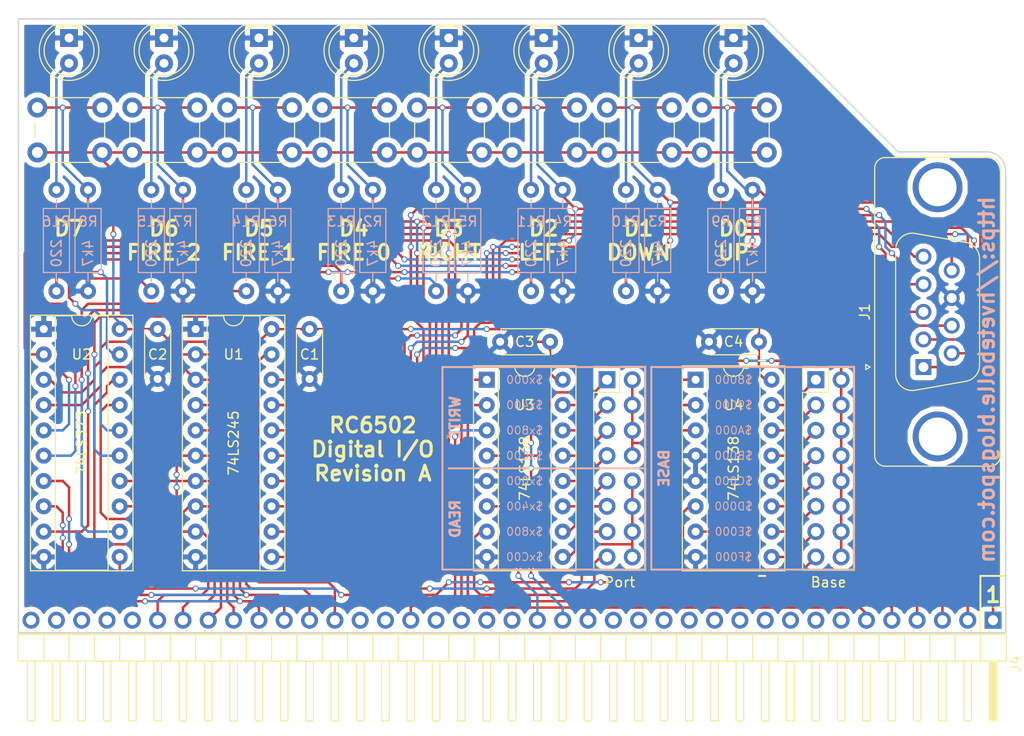
<source format=kicad_pcb>
(kicad_pcb (version 4) (host pcbnew 4.0.7)
  (layers (0 F.Cu signal) (31 B.Cu signal) (34 B.Paste user) (35 F.Paste user) (36 B.SilkS user) (37 F.SilkS user) (38 B.Mask user) (39 F.Mask user) (44 Edge.Cuts user))
  (net 0 "")
  (net 1 GND)
  (net 2 VCC)
  (net 3 "Net-(J2-Pad1)")
  (net 4 WRITE)
  (net 5 "Net-(J2-Pad3)")
  (net 6 "Net-(J2-Pad5)")
  (net 7 "Net-(J2-Pad7)")
  (net 8 "Net-(J2-Pad9)")
  (net 9 READ)
  (net 10 "Net-(J2-Pad11)")
  (net 11 "Net-(J2-Pad13)")
  (net 12 "Net-(J2-Pad15)")
  (net 13 "Net-(J3-Pad1)")
  (net 14 "Net-(J3-Pad10)")
  (net 15 "Net-(J3-Pad3)")
  (net 16 "Net-(J3-Pad5)")
  (net 17 "Net-(J3-Pad7)")
  (net 18 "Net-(J3-Pad9)")
  (net 19 "Net-(J3-Pad11)")
  (net 20 "Net-(J3-Pad13)")
  (net 21 "Net-(J3-Pad15)")
  (net 22 /A15)
  (net 23 /A14)
  (net 24 /A13)
  (net 25 /A12)
  (net 26 /A11)
  (net 27 /A10)
  (net 28 /Phi2)
  (net 29 /R/~W)
  (net 30 /D0)
  (net 31 /D1)
  (net 32 /D2)
  (net 33 /D3)
  (net 34 /D4)
  (net 35 /D5)
  (net 36 /D6)
  (net 37 /D7)
  (net 38 "Net-(D1-Pad2)")
  (net 39 "Net-(D2-Pad2)")
  (net 40 "Net-(D3-Pad2)")
  (net 41 "Net-(D4-Pad2)")
  (net 42 "Net-(D5-Pad2)")
  (net 43 "Net-(D6-Pad2)")
  (net 44 "Net-(D7-Pad2)")
  (net 45 "Net-(D8-Pad2)")
  (net 46 /IN_D0_UP)
  (net 47 /IN_D1_DOWN)
  (net 48 /IN_D2_LEFT)
  (net 49 /IN_D3_RIGHT)
  (net 50 /IN_D6_FIRE2)
  (net 51 /IN_D4_FIRE0)
  (net 52 /IN_D5_FIRE1)
  (net 53 /IN_D7)
  (net 54 /OUT_D0_UP)
  (net 55 /OUT_D1_DOWN)
  (net 56 /OUT_D2_LEFT)
  (net 57 /OUT_D3_RIGHT)
  (net 58 /OUT_D4_FIRE0)
  (net 59 /OUT_D5_FIRE1)
  (net 60 /OUT_D6_FIRE2)
  (net 61 /OUT_D7)
  (module Pin_Headers:Pin_Header_Straight_2x08_Pitch2.54mm (layer F.Cu) (at 135.255 117.475)
    (fp_text reference J2)
    (fp_text value Port (at 1.27 20.32) (layer F.SilkS))
    (pad 1 thru_hole rect (at 0 0) (size 1.7 1.7) (drill 1) (layers *.Cu *.Mask) (net 3 "Net-(J2-Pad1)"))
    (pad 2 thru_hole oval (at 2.54 0) (size 1.7 1.7) (drill 1) (layers *.Cu *.Mask) (net 4 WRITE))
    (pad 3 thru_hole oval (at 0 2.54) (size 1.7 1.7) (drill 1) (layers *.Cu *.Mask) (net 5 "Net-(J2-Pad3)"))
    (pad 4 thru_hole oval (at 2.54 2.54) (size 1.7 1.7) (drill 1) (layers *.Cu *.Mask) (net 4 WRITE))
    (pad 5 thru_hole oval (at 0 5.08) (size 1.7 1.7) (drill 1) (layers *.Cu *.Mask) (net 6 "Net-(J2-Pad5)"))
    (pad 6 thru_hole oval (at 2.54 5.08) (size 1.7 1.7) (drill 1) (layers *.Cu *.Mask) (net 4 WRITE))
    (pad 7 thru_hole oval (at 0 7.62) (size 1.7 1.7) (drill 1) (layers *.Cu *.Mask) (net 7 "Net-(J2-Pad7)"))
    (pad 8 thru_hole oval (at 2.54 7.62) (size 1.7 1.7) (drill 1) (layers *.Cu *.Mask) (net 4 WRITE))
    (pad 9 thru_hole oval (at 0 10.16) (size 1.7 1.7) (drill 1) (layers *.Cu *.Mask) (net 8 "Net-(J2-Pad9)"))
    (pad 10 thru_hole oval (at 2.54 10.16) (size 1.7 1.7) (drill 1) (layers *.Cu *.Mask) (net 9 READ))
    (pad 11 thru_hole oval (at 0 12.7) (size 1.7 1.7) (drill 1) (layers *.Cu *.Mask) (net 10 "Net-(J2-Pad11)"))
    (pad 12 thru_hole oval (at 2.54 12.7) (size 1.7 1.7) (drill 1) (layers *.Cu *.Mask) (net 9 READ))
    (pad 13 thru_hole oval (at 0 15.24) (size 1.7 1.7) (drill 1) (layers *.Cu *.Mask) (net 11 "Net-(J2-Pad13)"))
    (pad 14 thru_hole oval (at 2.54 15.24) (size 1.7 1.7) (drill 1) (layers *.Cu *.Mask) (net 9 READ))
    (pad 15 thru_hole oval (at 0 17.78) (size 1.7 1.7) (drill 1) (layers *.Cu *.Mask) (net 12 "Net-(J2-Pad15)"))
    (pad 16 thru_hole oval (at 2.54 17.78) (size 1.7 1.7) (drill 1) (layers *.Cu *.Mask) (net 9 READ))
  )
  (module Pin_Headers:Pin_Header_Straight_2x08_Pitch2.54mm (layer F.Cu) (at 156.21 117.475)
    (fp_text reference J3)
    (fp_text value Base (at 1.27 20.32) (layer F.SilkS))
    (pad 1 thru_hole rect (at 0 0) (size 1.7 1.7) (drill 1) (layers *.Cu *.Mask) (net 13 "Net-(J3-Pad1)"))
    (pad 2 thru_hole oval (at 2.54 0) (size 1.7 1.7) (drill 1) (layers *.Cu *.Mask) (net 14 "Net-(J3-Pad10)"))
    (pad 3 thru_hole oval (at 0 2.54) (size 1.7 1.7) (drill 1) (layers *.Cu *.Mask) (net 15 "Net-(J3-Pad3)"))
    (pad 4 thru_hole oval (at 2.54 2.54) (size 1.7 1.7) (drill 1) (layers *.Cu *.Mask) (net 14 "Net-(J3-Pad10)"))
    (pad 5 thru_hole oval (at 0 5.08) (size 1.7 1.7) (drill 1) (layers *.Cu *.Mask) (net 16 "Net-(J3-Pad5)"))
    (pad 6 thru_hole oval (at 2.54 5.08) (size 1.7 1.7) (drill 1) (layers *.Cu *.Mask) (net 14 "Net-(J3-Pad10)"))
    (pad 7 thru_hole oval (at 0 7.62) (size 1.7 1.7) (drill 1) (layers *.Cu *.Mask) (net 17 "Net-(J3-Pad7)"))
    (pad 8 thru_hole oval (at 2.54 7.62) (size 1.7 1.7) (drill 1) (layers *.Cu *.Mask) (net 14 "Net-(J3-Pad10)"))
    (pad 9 thru_hole oval (at 0 10.16) (size 1.7 1.7) (drill 1) (layers *.Cu *.Mask) (net 18 "Net-(J3-Pad9)"))
    (pad 10 thru_hole oval (at 2.54 10.16) (size 1.7 1.7) (drill 1) (layers *.Cu *.Mask) (net 14 "Net-(J3-Pad10)"))
    (pad 11 thru_hole oval (at 0 12.7) (size 1.7 1.7) (drill 1) (layers *.Cu *.Mask) (net 19 "Net-(J3-Pad11)"))
    (pad 12 thru_hole oval (at 2.54 12.7) (size 1.7 1.7) (drill 1) (layers *.Cu *.Mask) (net 14 "Net-(J3-Pad10)"))
    (pad 13 thru_hole oval (at 0 15.24) (size 1.7 1.7) (drill 1) (layers *.Cu *.Mask) (net 20 "Net-(J3-Pad13)"))
    (pad 14 thru_hole oval (at 2.54 15.24) (size 1.7 1.7) (drill 1) (layers *.Cu *.Mask) (net 14 "Net-(J3-Pad10)"))
    (pad 15 thru_hole oval (at 0 17.78) (size 1.7 1.7) (drill 1) (layers *.Cu *.Mask) (net 21 "Net-(J3-Pad15)"))
    (pad 16 thru_hole oval (at 2.54 17.78) (size 1.7 1.7) (drill 1) (layers *.Cu *.Mask) (net 14 "Net-(J3-Pad10)"))
  )
  (module Pin_Headers:Pin_Header_Angled_1x39_Pitch2.54mm (layer F.Cu) (at 173.99 141.605 270)
    (fp_text reference J4 (at 4.385 -2.27 270) (layer F.SilkS))
    (fp_text value RC6502_Backplane)
    (pad 1 thru_hole rect (at 0 0 270) (size 1.7 1.7) (drill 1) (layers *.Cu *.Mask) (net 22 /A15))
    (pad 2 thru_hole oval (at 0 2.54 270) (size 1.7 1.7) (drill 1) (layers *.Cu *.Mask) (net 23 /A14))
    (pad 3 thru_hole oval (at 0 5.08 270) (size 1.7 1.7) (drill 1) (layers *.Cu *.Mask) (net 24 /A13))
    (pad 4 thru_hole oval (at 0 7.62 270) (size 1.7 1.7) (drill 1) (layers *.Cu *.Mask) (net 25 /A12))
    (pad 5 thru_hole oval (at 0 10.16 270) (size 1.7 1.7) (drill 1) (layers *.Cu *.Mask) (net 26 /A11))
    (pad 6 thru_hole oval (at 0 12.7 270) (size 1.7 1.7) (drill 1) (layers *.Cu *.Mask) (net 27 /A10))
    (pad 7 thru_hole oval (at 0 15.24 270) (size 1.7 1.7) (drill 1) (layers *.Cu *.Mask))
    (pad 8 thru_hole oval (at 0 17.78 270) (size 1.7 1.7) (drill 1) (layers *.Cu *.Mask))
    (pad 9 thru_hole oval (at 0 20.32 270) (size 1.7 1.7) (drill 1) (layers *.Cu *.Mask))
    (pad 10 thru_hole oval (at 0 22.86 270) (size 1.7 1.7) (drill 1) (layers *.Cu *.Mask))
    (pad 11 thru_hole oval (at 0 25.4 270) (size 1.7 1.7) (drill 1) (layers *.Cu *.Mask))
    (pad 12 thru_hole oval (at 0 27.94 270) (size 1.7 1.7) (drill 1) (layers *.Cu *.Mask))
    (pad 13 thru_hole oval (at 0 30.48 270) (size 1.7 1.7) (drill 1) (layers *.Cu *.Mask))
    (pad 14 thru_hole oval (at 0 33.02 270) (size 1.7 1.7) (drill 1) (layers *.Cu *.Mask))
    (pad 15 thru_hole oval (at 0 35.56 270) (size 1.7 1.7) (drill 1) (layers *.Cu *.Mask))
    (pad 16 thru_hole oval (at 0 38.1 270) (size 1.7 1.7) (drill 1) (layers *.Cu *.Mask))
    (pad 17 thru_hole oval (at 0 40.64 270) (size 1.7 1.7) (drill 1) (layers *.Cu *.Mask) (net 1 GND))
    (pad 18 thru_hole oval (at 0 43.18 270) (size 1.7 1.7) (drill 1) (layers *.Cu *.Mask) (net 2 VCC))
    (pad 19 thru_hole oval (at 0 45.72 270) (size 1.7 1.7) (drill 1) (layers *.Cu *.Mask) (net 28 /Phi2))
    (pad 20 thru_hole oval (at 0 48.26 270) (size 1.7 1.7) (drill 1) (layers *.Cu *.Mask))
    (pad 21 thru_hole oval (at 0 50.8 270) (size 1.7 1.7) (drill 1) (layers *.Cu *.Mask))
    (pad 22 thru_hole oval (at 0 53.34 270) (size 1.7 1.7) (drill 1) (layers *.Cu *.Mask))
    (pad 23 thru_hole oval (at 0 55.88 270) (size 1.7 1.7) (drill 1) (layers *.Cu *.Mask))
    (pad 24 thru_hole oval (at 0 58.42 270) (size 1.7 1.7) (drill 1) (layers *.Cu *.Mask) (net 29 /R/~W))
    (pad 25 thru_hole oval (at 0 60.96 270) (size 1.7 1.7) (drill 1) (layers *.Cu *.Mask))
    (pad 26 thru_hole oval (at 0 63.5 270) (size 1.7 1.7) (drill 1) (layers *.Cu *.Mask))
    (pad 27 thru_hole oval (at 0 66.04 270) (size 1.7 1.7) (drill 1) (layers *.Cu *.Mask) (net 30 /D0))
    (pad 28 thru_hole oval (at 0 68.58 270) (size 1.7 1.7) (drill 1) (layers *.Cu *.Mask) (net 31 /D1))
    (pad 29 thru_hole oval (at 0 71.12 270) (size 1.7 1.7) (drill 1) (layers *.Cu *.Mask) (net 32 /D2))
    (pad 30 thru_hole oval (at 0 73.66 270) (size 1.7 1.7) (drill 1) (layers *.Cu *.Mask) (net 33 /D3))
    (pad 31 thru_hole oval (at 0 76.2 270) (size 1.7 1.7) (drill 1) (layers *.Cu *.Mask) (net 34 /D4))
    (pad 32 thru_hole oval (at 0 78.74 270) (size 1.7 1.7) (drill 1) (layers *.Cu *.Mask) (net 35 /D5))
    (pad 33 thru_hole oval (at 0 81.28 270) (size 1.7 1.7) (drill 1) (layers *.Cu *.Mask) (net 36 /D6))
    (pad 34 thru_hole oval (at 0 83.82 270) (size 1.7 1.7) (drill 1) (layers *.Cu *.Mask) (net 37 /D7))
    (pad 35 thru_hole oval (at 0 86.36 270) (size 1.7 1.7) (drill 1) (layers *.Cu *.Mask))
    (pad 36 thru_hole oval (at 0 88.9 270) (size 1.7 1.7) (drill 1) (layers *.Cu *.Mask))
    (pad 37 thru_hole oval (at 0 91.44 270) (size 1.7 1.7) (drill 1) (layers *.Cu *.Mask))
    (pad 38 thru_hole oval (at 0 93.98 270) (size 1.7 1.7) (drill 1) (layers *.Cu *.Mask))
    (pad 39 thru_hole oval (at 0 96.52 270) (size 1.7 1.7) (drill 1) (layers *.Cu *.Mask))
  )
  (module Resistors_THT:R_Axial_DIN0207_L6.3mm_D2.5mm_P10.16mm_Horizontal (layer B.Cu) (at 111.76 98.425 270)
    (fp_text reference R2 (at 3.175 0 540) (layer B.SilkS) (effects (justify mirror)))
    (fp_text value 4k7 (at 6.35 0 270) (layer B.SilkS) (effects (justify mirror)))
    (pad 1 thru_hole circle (at 0 0 270) (size 1.6 1.6) (drill 0.8) (layers *.Cu *.Mask) (net 51 /IN_D4_FIRE0))
    (pad 2 thru_hole oval (at 10.16 0 270) (size 1.6 1.6) (drill 0.8) (layers *.Cu *.Mask) (net 1 GND))
  )
  (module Capacitors_THT:C_Disc_D4.7mm_W2.5mm_P5.00mm (layer F.Cu) (at 105.41 112.395 270)
    (fp_text reference C1 (at 2.54 0 540) (layer F.SilkS))
    (fp_text value 100nF)
    (pad 1 thru_hole circle (at 0 0 270) (size 1.6 1.6) (drill 0.8) (layers *.Cu *.Mask) (net 2 VCC))
    (pad 2 thru_hole circle (at 5 0 270) (size 1.6 1.6) (drill 0.8) (layers *.Cu *.Mask) (net 1 GND))
  )
  (module Capacitors_THT:C_Disc_D4.7mm_W2.5mm_P5.00mm (layer F.Cu) (at 90.17 112.395 270)
    (fp_text reference C2 (at 2.54 0 360) (layer F.SilkS))
    (fp_text value 100nF)
    (pad 1 thru_hole circle (at 0 0 270) (size 1.6 1.6) (drill 0.8) (layers *.Cu *.Mask) (net 2 VCC))
    (pad 2 thru_hole circle (at 5 0 270) (size 1.6 1.6) (drill 0.8) (layers *.Cu *.Mask) (net 1 GND))
  )
  (module Capacitors_THT:C_Disc_D4.7mm_W2.5mm_P5.00mm (layer F.Cu) (at 129.54 113.665 180)
    (fp_text reference C3 (at 2.54 0 180) (layer F.SilkS))
    (fp_text value 100nF)
    (pad 1 thru_hole circle (at 0 0 180) (size 1.6 1.6) (drill 0.8) (layers *.Cu *.Mask) (net 2 VCC))
    (pad 2 thru_hole circle (at 5 0 180) (size 1.6 1.6) (drill 0.8) (layers *.Cu *.Mask) (net 1 GND))
  )
  (module Capacitors_THT:C_Disc_D4.7mm_W2.5mm_P5.00mm (layer F.Cu) (at 150.495 113.665 180)
    (fp_text reference C4 (at 2.54 0 180) (layer F.SilkS))
    (fp_text value 100nF)
    (pad 1 thru_hole circle (at 0 0 180) (size 1.6 1.6) (drill 0.8) (layers *.Cu *.Mask) (net 2 VCC))
    (pad 2 thru_hole circle (at 5 0 180) (size 1.6 1.6) (drill 0.8) (layers *.Cu *.Mask) (net 1 GND))
  )
  (module LEDs:LED_D5.0mm (layer F.Cu) (at 147.955 83.185 270)
    (fp_text reference D1 hide)
    (fp_text value LED_Small)
    (pad 1 thru_hole rect (at 0 0 270) (size 1.8 1.8) (drill 0.9) (layers *.Cu *.Mask) (net 1 GND))
    (pad 2 thru_hole circle (at 2.54 0 270) (size 1.8 1.8) (drill 0.9) (layers *.Cu *.Mask) (net 38 "Net-(D1-Pad2)"))
  )
  (module LEDs:LED_D5.0mm (layer F.Cu) (at 138.43 83.185 270)
    (fp_text reference D2 hide)
    (fp_text value LED_Small)
    (pad 1 thru_hole rect (at 0 0 270) (size 1.8 1.8) (drill 0.9) (layers *.Cu *.Mask) (net 1 GND))
    (pad 2 thru_hole circle (at 2.54 0 270) (size 1.8 1.8) (drill 0.9) (layers *.Cu *.Mask) (net 39 "Net-(D2-Pad2)"))
  )
  (module LEDs:LED_D5.0mm (layer F.Cu) (at 128.905 83.185 270)
    (fp_text reference D3 hide)
    (fp_text value LED_Small)
    (pad 1 thru_hole rect (at 0 0 270) (size 1.8 1.8) (drill 0.9) (layers *.Cu *.Mask) (net 1 GND))
    (pad 2 thru_hole circle (at 2.54 0 270) (size 1.8 1.8) (drill 0.9) (layers *.Cu *.Mask) (net 40 "Net-(D3-Pad2)"))
  )
  (module LEDs:LED_D5.0mm (layer F.Cu) (at 119.38 83.185 270)
    (fp_text reference D4 hide)
    (fp_text value LED_Small)
    (pad 1 thru_hole rect (at 0 0 270) (size 1.8 1.8) (drill 0.9) (layers *.Cu *.Mask) (net 1 GND))
    (pad 2 thru_hole circle (at 2.54 0 270) (size 1.8 1.8) (drill 0.9) (layers *.Cu *.Mask) (net 41 "Net-(D4-Pad2)"))
  )
  (module LEDs:LED_D5.0mm (layer F.Cu) (at 109.855 83.185 270)
    (fp_text reference D5 hide)
    (fp_text value LED_Small)
    (pad 1 thru_hole rect (at 0 0 270) (size 1.8 1.8) (drill 0.9) (layers *.Cu *.Mask) (net 1 GND))
    (pad 2 thru_hole circle (at 2.54 0 270) (size 1.8 1.8) (drill 0.9) (layers *.Cu *.Mask) (net 42 "Net-(D5-Pad2)"))
  )
  (module LEDs:LED_D5.0mm (layer F.Cu) (at 100.33 83.185 270)
    (fp_text reference D6 hide)
    (fp_text value LED_Small)
    (pad 1 thru_hole rect (at 0 0 270) (size 1.8 1.8) (drill 0.9) (layers *.Cu *.Mask) (net 1 GND))
    (pad 2 thru_hole circle (at 2.54 0 270) (size 1.8 1.8) (drill 0.9) (layers *.Cu *.Mask) (net 43 "Net-(D6-Pad2)"))
  )
  (module LEDs:LED_D5.0mm (layer F.Cu) (at 90.805 83.185 270)
    (fp_text reference D7 hide)
    (fp_text value LED_Small)
    (pad 1 thru_hole rect (at 0 0 270) (size 1.8 1.8) (drill 0.9) (layers *.Cu *.Mask) (net 1 GND))
    (pad 2 thru_hole circle (at 2.54 0 270) (size 1.8 1.8) (drill 0.9) (layers *.Cu *.Mask) (net 44 "Net-(D7-Pad2)"))
  )
  (module LEDs:LED_D5.0mm (layer F.Cu) (at 81.28 83.185 270)
    (fp_text reference D8 hide)
    (fp_text value LED_Small)
    (pad 1 thru_hole rect (at 0 0 270) (size 1.8 1.8) (drill 0.9) (layers *.Cu *.Mask) (net 1 GND))
    (pad 2 thru_hole circle (at 2.54 0 270) (size 1.8 1.8) (drill 0.9) (layers *.Cu *.Mask) (net 45 "Net-(D8-Pad2)"))
  )
  (module RND_DSUB:DSUB-9_Male_Vertical_Pitch2.77x2.84mm (layer F.Cu) (at 167.005 116.205 90)
    (fp_text reference J1 (at 5.54 -5.89 90) (layer F.SilkS))
    (fp_text value Atari_Joystick)
    (pad 1 thru_hole rect (at 0 0 90) (size 1.6 1.6) (drill 1) (layers *.Cu *.Mask) (net 46 /IN_D0_UP))
    (pad 2 thru_hole circle (at 2.77 0 90) (size 1.6 1.6) (drill 1) (layers *.Cu *.Mask) (net 47 /IN_D1_DOWN))
    (pad 3 thru_hole circle (at 5.54 0 90) (size 1.6 1.6) (drill 1) (layers *.Cu *.Mask) (net 48 /IN_D2_LEFT))
    (pad 4 thru_hole circle (at 8.31 0 90) (size 1.6 1.6) (drill 1) (layers *.Cu *.Mask) (net 49 /IN_D3_RIGHT))
    (pad 5 thru_hole circle (at 11.08 0 90) (size 1.6 1.6) (drill 1) (layers *.Cu *.Mask) (net 50 /IN_D6_FIRE2))
    (pad 6 thru_hole circle (at 1.385 2.84 90) (size 1.6 1.6) (drill 1) (layers *.Cu *.Mask) (net 51 /IN_D4_FIRE0))
    (pad 7 thru_hole circle (at 4.155 2.84 90) (size 1.6 1.6) (drill 1) (layers *.Cu *.Mask) (net 2 VCC))
    (pad 8 thru_hole circle (at 6.925 2.84 90) (size 1.6 1.6) (drill 1) (layers *.Cu *.Mask) (net 1 GND))
    (pad 9 thru_hole circle (at 9.695 2.84 90) (size 1.6 1.6) (drill 1) (layers *.Cu *.Mask) (net 52 /IN_D5_FIRE1))
    (pad "" np_thru_hole circle (at 18.04 1.42 90) (size 5 5) (drill 3.8) (layers *.Cu *.Mask))
    (pad "" np_thru_hole circle (at -6.96 1.42 90) (size 5 5) (drill 3.8) (layers *.Cu *.Mask))
  )
  (module Resistors_THT:R_Axial_DIN0207_L6.3mm_D2.5mm_P10.16mm_Horizontal (layer B.Cu) (at 149.86 98.425 270)
    (fp_text reference R1 (at 3.175 0 540) (layer B.SilkS) (effects (justify mirror)))
    (fp_text value 4k7 (at 6.35 0 270) (layer B.SilkS) (effects (justify mirror)))
    (pad 1 thru_hole circle (at 0 0 270) (size 1.6 1.6) (drill 0.8) (layers *.Cu *.Mask) (net 46 /IN_D0_UP))
    (pad 2 thru_hole oval (at 10.16 0 270) (size 1.6 1.6) (drill 0.8) (layers *.Cu *.Mask) (net 1 GND))
  )
  (module Resistors_THT:R_Axial_DIN0207_L6.3mm_D2.5mm_P10.16mm_Horizontal (layer B.Cu) (at 140.335 98.425 270)
    (fp_text reference R3 (at 3.175 0 540) (layer B.SilkS) (effects (justify mirror)))
    (fp_text value 4k7 (at 6.35 0 270) (layer B.SilkS) (effects (justify mirror)))
    (pad 1 thru_hole circle (at 0 0 270) (size 1.6 1.6) (drill 0.8) (layers *.Cu *.Mask) (net 47 /IN_D1_DOWN))
    (pad 2 thru_hole oval (at 10.16 0 270) (size 1.6 1.6) (drill 0.8) (layers *.Cu *.Mask) (net 1 GND))
  )
  (module Resistors_THT:R_Axial_DIN0207_L6.3mm_D2.5mm_P10.16mm_Horizontal (layer B.Cu) (at 130.81 98.425 270)
    (fp_text reference R4 (at 3.175 0 540) (layer B.SilkS) (effects (justify mirror)))
    (fp_text value 4k7 (at 6.35 0 270) (layer B.SilkS) (effects (justify mirror)))
    (pad 1 thru_hole circle (at 0 0 270) (size 1.6 1.6) (drill 0.8) (layers *.Cu *.Mask) (net 48 /IN_D2_LEFT))
    (pad 2 thru_hole oval (at 10.16 0 270) (size 1.6 1.6) (drill 0.8) (layers *.Cu *.Mask) (net 1 GND))
  )
  (module Resistors_THT:R_Axial_DIN0207_L6.3mm_D2.5mm_P10.16mm_Horizontal (layer B.Cu) (at 121.285 98.425 270)
    (fp_text reference R5 (at 3.175 0 540) (layer B.SilkS) (effects (justify mirror)))
    (fp_text value 4k7 (at 6.35 0 270) (layer B.SilkS) (effects (justify mirror)))
    (pad 1 thru_hole circle (at 0 0 270) (size 1.6 1.6) (drill 0.8) (layers *.Cu *.Mask) (net 49 /IN_D3_RIGHT))
    (pad 2 thru_hole oval (at 10.16 0 270) (size 1.6 1.6) (drill 0.8) (layers *.Cu *.Mask) (net 1 GND))
  )
  (module Resistors_THT:R_Axial_DIN0207_L6.3mm_D2.5mm_P10.16mm_Horizontal (layer B.Cu) (at 102.235 98.425 270)
    (fp_text reference R6 (at 3.175 0 540) (layer B.SilkS) (effects (justify mirror)))
    (fp_text value 4k7 (at 6.35 0 270) (layer B.SilkS) (effects (justify mirror)))
    (pad 1 thru_hole circle (at 0 0 270) (size 1.6 1.6) (drill 0.8) (layers *.Cu *.Mask) (net 52 /IN_D5_FIRE1))
    (pad 2 thru_hole oval (at 10.16 0 270) (size 1.6 1.6) (drill 0.8) (layers *.Cu *.Mask) (net 1 GND))
  )
  (module Resistors_THT:R_Axial_DIN0207_L6.3mm_D2.5mm_P10.16mm_Horizontal (layer B.Cu) (at 92.71 98.425 270)
    (fp_text reference R7 (at 3.175 0 540) (layer B.SilkS) (effects (justify mirror)))
    (fp_text value 4k7 (at 6.35 0 270) (layer B.SilkS) (effects (justify mirror)))
    (pad 1 thru_hole circle (at 0 0 270) (size 1.6 1.6) (drill 0.8) (layers *.Cu *.Mask) (net 50 /IN_D6_FIRE2))
    (pad 2 thru_hole oval (at 10.16 0 270) (size 1.6 1.6) (drill 0.8) (layers *.Cu *.Mask) (net 1 GND))
  )
  (module Resistors_THT:R_Axial_DIN0207_L6.3mm_D2.5mm_P10.16mm_Horizontal (layer B.Cu) (at 83.185 98.425 270)
    (fp_text reference R8 (at 3.175 0 540) (layer B.SilkS) (effects (justify mirror)))
    (fp_text value 4k7 (at 6.35 0 270) (layer B.SilkS) (effects (justify mirror)))
    (pad 1 thru_hole circle (at 0 0 270) (size 1.6 1.6) (drill 0.8) (layers *.Cu *.Mask) (net 53 /IN_D7))
    (pad 2 thru_hole oval (at 10.16 0 270) (size 1.6 1.6) (drill 0.8) (layers *.Cu *.Mask) (net 1 GND))
  )
  (module Resistors_THT:R_Axial_DIN0207_L6.3mm_D2.5mm_P10.16mm_Horizontal (layer B.Cu) (at 146.685 98.425 270)
    (fp_text reference R9 (at 3.175 0 540) (layer B.SilkS) (effects (justify mirror)))
    (fp_text value 220 (at 6.35 0 270) (layer B.SilkS) (effects (justify mirror)))
    (pad 1 thru_hole circle (at 0 0 270) (size 1.6 1.6) (drill 0.8) (layers *.Cu *.Mask) (net 38 "Net-(D1-Pad2)"))
    (pad 2 thru_hole oval (at 10.16 0 270) (size 1.6 1.6) (drill 0.8) (layers *.Cu *.Mask) (net 54 /OUT_D0_UP))
  )
  (module Resistors_THT:R_Axial_DIN0207_L6.3mm_D2.5mm_P10.16mm_Horizontal (layer B.Cu) (at 137.16 98.425 270)
    (fp_text reference R10 (at 3.175 0 540) (layer B.SilkS) (effects (justify mirror)))
    (fp_text value 220 (at 6.35 0 270) (layer B.SilkS) (effects (justify mirror)))
    (pad 1 thru_hole circle (at 0 0 270) (size 1.6 1.6) (drill 0.8) (layers *.Cu *.Mask) (net 39 "Net-(D2-Pad2)"))
    (pad 2 thru_hole oval (at 10.16 0 270) (size 1.6 1.6) (drill 0.8) (layers *.Cu *.Mask) (net 55 /OUT_D1_DOWN))
  )
  (module Resistors_THT:R_Axial_DIN0207_L6.3mm_D2.5mm_P10.16mm_Horizontal (layer B.Cu) (at 127.635 98.425 270)
    (fp_text reference R11 (at 3.175 0 540) (layer B.SilkS) (effects (justify mirror)))
    (fp_text value 220 (at 6.35 0 270) (layer B.SilkS) (effects (justify mirror)))
    (pad 1 thru_hole circle (at 0 0 270) (size 1.6 1.6) (drill 0.8) (layers *.Cu *.Mask) (net 40 "Net-(D3-Pad2)"))
    (pad 2 thru_hole oval (at 10.16 0 270) (size 1.6 1.6) (drill 0.8) (layers *.Cu *.Mask) (net 56 /OUT_D2_LEFT))
  )
  (module Resistors_THT:R_Axial_DIN0207_L6.3mm_D2.5mm_P10.16mm_Horizontal (layer B.Cu) (at 118.11 98.425 270)
    (fp_text reference R12 (at 3.175 0 540) (layer B.SilkS) (effects (justify mirror)))
    (fp_text value 220 (at 6.35 0 270) (layer B.SilkS) (effects (justify mirror)))
    (pad 1 thru_hole circle (at 0 0 270) (size 1.6 1.6) (drill 0.8) (layers *.Cu *.Mask) (net 41 "Net-(D4-Pad2)"))
    (pad 2 thru_hole oval (at 10.16 0 270) (size 1.6 1.6) (drill 0.8) (layers *.Cu *.Mask) (net 57 /OUT_D3_RIGHT))
  )
  (module Resistors_THT:R_Axial_DIN0207_L6.3mm_D2.5mm_P10.16mm_Horizontal (layer B.Cu) (at 108.585 98.425 270)
    (fp_text reference R13 (at 3.175 0 540) (layer B.SilkS) (effects (justify mirror)))
    (fp_text value 220 (at 6.35 0 270) (layer B.SilkS) (effects (justify mirror)))
    (pad 1 thru_hole circle (at 0 0 270) (size 1.6 1.6) (drill 0.8) (layers *.Cu *.Mask) (net 42 "Net-(D5-Pad2)"))
    (pad 2 thru_hole oval (at 10.16 0 270) (size 1.6 1.6) (drill 0.8) (layers *.Cu *.Mask) (net 58 /OUT_D4_FIRE0))
  )
  (module Resistors_THT:R_Axial_DIN0207_L6.3mm_D2.5mm_P10.16mm_Horizontal (layer B.Cu) (at 99.06 98.425 270)
    (fp_text reference R14 (at 3.175 0 540) (layer B.SilkS) (effects (justify mirror)))
    (fp_text value 220 (at 6.35 0 270) (layer B.SilkS) (effects (justify mirror)))
    (pad 1 thru_hole circle (at 0 0 270) (size 1.6 1.6) (drill 0.8) (layers *.Cu *.Mask) (net 43 "Net-(D6-Pad2)"))
    (pad 2 thru_hole oval (at 10.16 0 270) (size 1.6 1.6) (drill 0.8) (layers *.Cu *.Mask) (net 59 /OUT_D5_FIRE1))
  )
  (module Resistors_THT:R_Axial_DIN0207_L6.3mm_D2.5mm_P10.16mm_Horizontal (layer B.Cu) (at 89.535 98.425 270)
    (fp_text reference R15 (at 3.175 0 540) (layer B.SilkS) (effects (justify mirror)))
    (fp_text value 220 (at 6.35 0 270) (layer B.SilkS) (effects (justify mirror)))
    (pad 1 thru_hole circle (at 0 0 270) (size 1.6 1.6) (drill 0.8) (layers *.Cu *.Mask) (net 44 "Net-(D7-Pad2)"))
    (pad 2 thru_hole oval (at 10.16 0 270) (size 1.6 1.6) (drill 0.8) (layers *.Cu *.Mask) (net 60 /OUT_D6_FIRE2))
  )
  (module Resistors_THT:R_Axial_DIN0207_L6.3mm_D2.5mm_P10.16mm_Horizontal (layer B.Cu) (at 80.01 98.425 270)
    (fp_text reference R16 (at 3.175 0 540) (layer B.SilkS) (effects (justify mirror)))
    (fp_text value 220 (at 6.35 0 270) (layer B.SilkS) (effects (justify mirror)))
    (pad 1 thru_hole circle (at 0 0 270) (size 1.6 1.6) (drill 0.8) (layers *.Cu *.Mask) (net 45 "Net-(D8-Pad2)"))
    (pad 2 thru_hole oval (at 10.16 0 270) (size 1.6 1.6) (drill 0.8) (layers *.Cu *.Mask) (net 61 /OUT_D7))
  )
  (module Buttons_Switches_THT:SW_PUSH_6mm_h5mm (layer F.Cu) (at 144.78 90.17)
    (fp_text reference SW1 hide)
    (fp_text value SW_Push hide)
    (pad 2 thru_hole circle (at 0 4.5 90) (size 2 2) (drill 1.1) (layers *.Cu *.Mask) (net 2 VCC))
    (pad 1 thru_hole circle (at 0 0 90) (size 2 2) (drill 1.1) (layers *.Cu *.Mask) (net 46 /IN_D0_UP))
    (pad 2 thru_hole circle (at 6.5 4.5 90) (size 2 2) (drill 1.1) (layers *.Cu *.Mask) (net 2 VCC))
    (pad 1 thru_hole circle (at 6.5 0 90) (size 2 2) (drill 1.1) (layers *.Cu *.Mask) (net 46 /IN_D0_UP))
  )
  (module Buttons_Switches_THT:SW_PUSH_6mm_h5mm (layer F.Cu) (at 135.255 90.17)
    (fp_text reference SW2 hide)
    (fp_text value SW_Push hide)
    (pad 2 thru_hole circle (at 0 4.5 90) (size 2 2) (drill 1.1) (layers *.Cu *.Mask) (net 2 VCC))
    (pad 1 thru_hole circle (at 0 0 90) (size 2 2) (drill 1.1) (layers *.Cu *.Mask) (net 47 /IN_D1_DOWN))
    (pad 2 thru_hole circle (at 6.5 4.5 90) (size 2 2) (drill 1.1) (layers *.Cu *.Mask) (net 2 VCC))
    (pad 1 thru_hole circle (at 6.5 0 90) (size 2 2) (drill 1.1) (layers *.Cu *.Mask) (net 47 /IN_D1_DOWN))
  )
  (module Buttons_Switches_THT:SW_PUSH_6mm_h5mm (layer F.Cu) (at 125.73 90.17)
    (fp_text reference SW3 hide)
    (fp_text value SW_Push hide)
    (pad 2 thru_hole circle (at 0 4.5 90) (size 2 2) (drill 1.1) (layers *.Cu *.Mask) (net 2 VCC))
    (pad 1 thru_hole circle (at 0 0 90) (size 2 2) (drill 1.1) (layers *.Cu *.Mask) (net 48 /IN_D2_LEFT))
    (pad 2 thru_hole circle (at 6.5 4.5 90) (size 2 2) (drill 1.1) (layers *.Cu *.Mask) (net 2 VCC))
    (pad 1 thru_hole circle (at 6.5 0 90) (size 2 2) (drill 1.1) (layers *.Cu *.Mask) (net 48 /IN_D2_LEFT))
  )
  (module Buttons_Switches_THT:SW_PUSH_6mm_h5mm (layer F.Cu) (at 116.205 90.17)
    (fp_text reference SW4 hide)
    (fp_text value SW_Push hide)
    (pad 2 thru_hole circle (at 0 4.5 90) (size 2 2) (drill 1.1) (layers *.Cu *.Mask) (net 2 VCC))
    (pad 1 thru_hole circle (at 0 0 90) (size 2 2) (drill 1.1) (layers *.Cu *.Mask) (net 49 /IN_D3_RIGHT))
    (pad 2 thru_hole circle (at 6.5 4.5 90) (size 2 2) (drill 1.1) (layers *.Cu *.Mask) (net 2 VCC))
    (pad 1 thru_hole circle (at 6.5 0 90) (size 2 2) (drill 1.1) (layers *.Cu *.Mask) (net 49 /IN_D3_RIGHT))
  )
  (module Buttons_Switches_THT:SW_PUSH_6mm_h5mm (layer F.Cu) (at 106.68 90.17)
    (fp_text reference SW5 hide)
    (fp_text value SW_Push hide)
    (pad 2 thru_hole circle (at 0 4.5 90) (size 2 2) (drill 1.1) (layers *.Cu *.Mask) (net 2 VCC))
    (pad 1 thru_hole circle (at 0 0 90) (size 2 2) (drill 1.1) (layers *.Cu *.Mask) (net 51 /IN_D4_FIRE0))
    (pad 2 thru_hole circle (at 6.5 4.5 90) (size 2 2) (drill 1.1) (layers *.Cu *.Mask) (net 2 VCC))
    (pad 1 thru_hole circle (at 6.5 0 90) (size 2 2) (drill 1.1) (layers *.Cu *.Mask) (net 51 /IN_D4_FIRE0))
  )
  (module Buttons_Switches_THT:SW_PUSH_6mm_h5mm (layer F.Cu) (at 97.155 90.17)
    (fp_text reference SW6 hide)
    (fp_text value SW_Push hide)
    (pad 2 thru_hole circle (at 0 4.5 90) (size 2 2) (drill 1.1) (layers *.Cu *.Mask) (net 2 VCC))
    (pad 1 thru_hole circle (at 0 0 90) (size 2 2) (drill 1.1) (layers *.Cu *.Mask) (net 52 /IN_D5_FIRE1))
    (pad 2 thru_hole circle (at 6.5 4.5 90) (size 2 2) (drill 1.1) (layers *.Cu *.Mask) (net 2 VCC))
    (pad 1 thru_hole circle (at 6.5 0 90) (size 2 2) (drill 1.1) (layers *.Cu *.Mask) (net 52 /IN_D5_FIRE1))
  )
  (module Buttons_Switches_THT:SW_PUSH_6mm_h5mm (layer F.Cu) (at 87.63 90.17)
    (fp_text reference SW7 hide)
    (fp_text value SW_Push hide)
    (pad 2 thru_hole circle (at 0 4.5 90) (size 2 2) (drill 1.1) (layers *.Cu *.Mask) (net 2 VCC))
    (pad 1 thru_hole circle (at 0 0 90) (size 2 2) (drill 1.1) (layers *.Cu *.Mask) (net 50 /IN_D6_FIRE2))
    (pad 2 thru_hole circle (at 6.5 4.5 90) (size 2 2) (drill 1.1) (layers *.Cu *.Mask) (net 2 VCC))
    (pad 1 thru_hole circle (at 6.5 0 90) (size 2 2) (drill 1.1) (layers *.Cu *.Mask) (net 50 /IN_D6_FIRE2))
  )
  (module Buttons_Switches_THT:SW_PUSH_6mm_h5mm (layer F.Cu) (at 78.105 90.17)
    (fp_text reference SW8 hide)
    (fp_text value SW_Push hide)
    (pad 2 thru_hole circle (at 0 4.5 90) (size 2 2) (drill 1.1) (layers *.Cu *.Mask) (net 2 VCC))
    (pad 1 thru_hole circle (at 0 0 90) (size 2 2) (drill 1.1) (layers *.Cu *.Mask) (net 53 /IN_D7))
    (pad 2 thru_hole circle (at 6.5 4.5 90) (size 2 2) (drill 1.1) (layers *.Cu *.Mask) (net 2 VCC))
    (pad 1 thru_hole circle (at 6.5 0 90) (size 2 2) (drill 1.1) (layers *.Cu *.Mask) (net 53 /IN_D7))
  )
  (module Housings_DIP:DIP-20_W7.62mm_Socket (layer F.Cu) (at 93.98 112.395)
    (fp_text reference U1 (at 3.81 2.54) (layer F.SilkS))
    (fp_text value 74LS245 (at 3.81 11.43 90) (layer F.SilkS))
    (pad 1 thru_hole rect (at 0 0) (size 1.6 1.6) (drill 0.8) (layers *.Cu *.Mask) (net 1 GND))
    (pad 11 thru_hole oval (at 7.62 22.86) (size 1.6 1.6) (drill 0.8) (layers *.Cu *.Mask) (net 53 /IN_D7))
    (pad 2 thru_hole oval (at 0 2.54) (size 1.6 1.6) (drill 0.8) (layers *.Cu *.Mask) (net 30 /D0))
    (pad 12 thru_hole oval (at 7.62 20.32) (size 1.6 1.6) (drill 0.8) (layers *.Cu *.Mask) (net 50 /IN_D6_FIRE2))
    (pad 3 thru_hole oval (at 0 5.08) (size 1.6 1.6) (drill 0.8) (layers *.Cu *.Mask) (net 31 /D1))
    (pad 13 thru_hole oval (at 7.62 17.78) (size 1.6 1.6) (drill 0.8) (layers *.Cu *.Mask) (net 52 /IN_D5_FIRE1))
    (pad 4 thru_hole oval (at 0 7.62) (size 1.6 1.6) (drill 0.8) (layers *.Cu *.Mask) (net 32 /D2))
    (pad 14 thru_hole oval (at 7.62 15.24) (size 1.6 1.6) (drill 0.8) (layers *.Cu *.Mask) (net 51 /IN_D4_FIRE0))
    (pad 5 thru_hole oval (at 0 10.16) (size 1.6 1.6) (drill 0.8) (layers *.Cu *.Mask) (net 33 /D3))
    (pad 15 thru_hole oval (at 7.62 12.7) (size 1.6 1.6) (drill 0.8) (layers *.Cu *.Mask) (net 49 /IN_D3_RIGHT))
    (pad 6 thru_hole oval (at 0 12.7) (size 1.6 1.6) (drill 0.8) (layers *.Cu *.Mask) (net 34 /D4))
    (pad 16 thru_hole oval (at 7.62 10.16) (size 1.6 1.6) (drill 0.8) (layers *.Cu *.Mask) (net 48 /IN_D2_LEFT))
    (pad 7 thru_hole oval (at 0 15.24) (size 1.6 1.6) (drill 0.8) (layers *.Cu *.Mask) (net 35 /D5))
    (pad 17 thru_hole oval (at 7.62 7.62) (size 1.6 1.6) (drill 0.8) (layers *.Cu *.Mask) (net 47 /IN_D1_DOWN))
    (pad 8 thru_hole oval (at 0 17.78) (size 1.6 1.6) (drill 0.8) (layers *.Cu *.Mask) (net 36 /D6))
    (pad 18 thru_hole oval (at 7.62 5.08) (size 1.6 1.6) (drill 0.8) (layers *.Cu *.Mask) (net 46 /IN_D0_UP))
    (pad 9 thru_hole oval (at 0 20.32) (size 1.6 1.6) (drill 0.8) (layers *.Cu *.Mask) (net 37 /D7))
    (pad 19 thru_hole oval (at 7.62 2.54) (size 1.6 1.6) (drill 0.8) (layers *.Cu *.Mask) (net 9 READ))
    (pad 10 thru_hole oval (at 0 22.86) (size 1.6 1.6) (drill 0.8) (layers *.Cu *.Mask) (net 1 GND))
    (pad 20 thru_hole oval (at 7.62 0) (size 1.6 1.6) (drill 0.8) (layers *.Cu *.Mask) (net 2 VCC))
  )
  (module Housings_DIP:DIP-20_W7.62mm_Socket (layer F.Cu) (at 78.74 112.395)
    (fp_text reference U2 (at 3.81 2.54) (layer F.SilkS))
    (fp_text value 74LS373 (at 3.81 11.43 90) (layer F.SilkS))
    (pad 1 thru_hole rect (at 0 0) (size 1.6 1.6) (drill 0.8) (layers *.Cu *.Mask) (net 1 GND))
    (pad 11 thru_hole oval (at 7.62 22.86) (size 1.6 1.6) (drill 0.8) (layers *.Cu *.Mask) (net 4 WRITE))
    (pad 2 thru_hole oval (at 0 2.54) (size 1.6 1.6) (drill 0.8) (layers *.Cu *.Mask) (net 54 /OUT_D0_UP))
    (pad 12 thru_hole oval (at 7.62 20.32) (size 1.6 1.6) (drill 0.8) (layers *.Cu *.Mask) (net 58 /OUT_D4_FIRE0))
    (pad 3 thru_hole oval (at 0 5.08) (size 1.6 1.6) (drill 0.8) (layers *.Cu *.Mask) (net 30 /D0))
    (pad 13 thru_hole oval (at 7.62 17.78) (size 1.6 1.6) (drill 0.8) (layers *.Cu *.Mask) (net 34 /D4))
    (pad 4 thru_hole oval (at 0 7.62) (size 1.6 1.6) (drill 0.8) (layers *.Cu *.Mask) (net 31 /D1))
    (pad 14 thru_hole oval (at 7.62 15.24) (size 1.6 1.6) (drill 0.8) (layers *.Cu *.Mask) (net 35 /D5))
    (pad 5 thru_hole oval (at 0 10.16) (size 1.6 1.6) (drill 0.8) (layers *.Cu *.Mask) (net 55 /OUT_D1_DOWN))
    (pad 15 thru_hole oval (at 7.62 12.7) (size 1.6 1.6) (drill 0.8) (layers *.Cu *.Mask) (net 59 /OUT_D5_FIRE1))
    (pad 6 thru_hole oval (at 0 12.7) (size 1.6 1.6) (drill 0.8) (layers *.Cu *.Mask) (net 56 /OUT_D2_LEFT))
    (pad 16 thru_hole oval (at 7.62 10.16) (size 1.6 1.6) (drill 0.8) (layers *.Cu *.Mask) (net 60 /OUT_D6_FIRE2))
    (pad 7 thru_hole oval (at 0 15.24) (size 1.6 1.6) (drill 0.8) (layers *.Cu *.Mask) (net 32 /D2))
    (pad 17 thru_hole oval (at 7.62 7.62) (size 1.6 1.6) (drill 0.8) (layers *.Cu *.Mask) (net 36 /D6))
    (pad 8 thru_hole oval (at 0 17.78) (size 1.6 1.6) (drill 0.8) (layers *.Cu *.Mask) (net 33 /D3))
    (pad 18 thru_hole oval (at 7.62 5.08) (size 1.6 1.6) (drill 0.8) (layers *.Cu *.Mask) (net 37 /D7))
    (pad 9 thru_hole oval (at 0 20.32) (size 1.6 1.6) (drill 0.8) (layers *.Cu *.Mask) (net 57 /OUT_D3_RIGHT))
    (pad 19 thru_hole oval (at 7.62 2.54) (size 1.6 1.6) (drill 0.8) (layers *.Cu *.Mask) (net 61 /OUT_D7))
    (pad 10 thru_hole oval (at 0 22.86) (size 1.6 1.6) (drill 0.8) (layers *.Cu *.Mask) (net 1 GND))
    (pad 20 thru_hole oval (at 7.62 0) (size 1.6 1.6) (drill 0.8) (layers *.Cu *.Mask) (net 2 VCC))
  )
  (module Housings_DIP:DIP-16_W7.62mm_Socket (layer F.Cu) (at 123.19 117.475)
    (fp_text reference U3 (at 3.81 2.54) (layer F.SilkS))
    (fp_text value 74LS138 (at 3.81 8.89 90) (layer F.SilkS))
    (pad 1 thru_hole rect (at 0 0) (size 1.6 1.6) (drill 0.8) (layers *.Cu *.Mask) (net 27 /A10))
    (pad 9 thru_hole oval (at 7.62 17.78) (size 1.6 1.6) (drill 0.8) (layers *.Cu *.Mask) (net 11 "Net-(J2-Pad13)"))
    (pad 2 thru_hole oval (at 0 2.54) (size 1.6 1.6) (drill 0.8) (layers *.Cu *.Mask) (net 26 /A11))
    (pad 10 thru_hole oval (at 7.62 15.24) (size 1.6 1.6) (drill 0.8) (layers *.Cu *.Mask) (net 10 "Net-(J2-Pad11)"))
    (pad 3 thru_hole oval (at 0 5.08) (size 1.6 1.6) (drill 0.8) (layers *.Cu *.Mask) (net 29 /R/~W))
    (pad 11 thru_hole oval (at 7.62 12.7) (size 1.6 1.6) (drill 0.8) (layers *.Cu *.Mask) (net 8 "Net-(J2-Pad9)"))
    (pad 4 thru_hole oval (at 0 7.62) (size 1.6 1.6) (drill 0.8) (layers *.Cu *.Mask) (net 14 "Net-(J3-Pad10)"))
    (pad 12 thru_hole oval (at 7.62 10.16) (size 1.6 1.6) (drill 0.8) (layers *.Cu *.Mask) (net 7 "Net-(J2-Pad7)"))
    (pad 5 thru_hole oval (at 0 10.16) (size 1.6 1.6) (drill 0.8) (layers *.Cu *.Mask) (net 1 GND))
    (pad 13 thru_hole oval (at 7.62 7.62) (size 1.6 1.6) (drill 0.8) (layers *.Cu *.Mask) (net 6 "Net-(J2-Pad5)"))
    (pad 6 thru_hole oval (at 0 12.7) (size 1.6 1.6) (drill 0.8) (layers *.Cu *.Mask) (net 28 /Phi2))
    (pad 14 thru_hole oval (at 7.62 5.08) (size 1.6 1.6) (drill 0.8) (layers *.Cu *.Mask) (net 5 "Net-(J2-Pad3)"))
    (pad 7 thru_hole oval (at 0 15.24) (size 1.6 1.6) (drill 0.8) (layers *.Cu *.Mask) (net 12 "Net-(J2-Pad15)"))
    (pad 15 thru_hole oval (at 7.62 2.54) (size 1.6 1.6) (drill 0.8) (layers *.Cu *.Mask) (net 3 "Net-(J2-Pad1)"))
    (pad 8 thru_hole oval (at 0 17.78) (size 1.6 1.6) (drill 0.8) (layers *.Cu *.Mask) (net 1 GND))
    (pad 16 thru_hole oval (at 7.62 0) (size 1.6 1.6) (drill 0.8) (layers *.Cu *.Mask) (net 2 VCC))
  )
  (module Housings_DIP:DIP-16_W7.62mm_Socket (layer F.Cu) (at 144.145 117.475)
    (fp_text reference U4 (at 3.81 2.54) (layer F.SilkS))
    (fp_text value 74LS138 (at 3.81 8.89 90) (layer F.SilkS))
    (pad 1 thru_hole rect (at 0 0) (size 1.6 1.6) (drill 0.8) (layers *.Cu *.Mask) (net 25 /A12))
    (pad 9 thru_hole oval (at 7.62 17.78) (size 1.6 1.6) (drill 0.8) (layers *.Cu *.Mask) (net 20 "Net-(J3-Pad13)"))
    (pad 2 thru_hole oval (at 0 2.54) (size 1.6 1.6) (drill 0.8) (layers *.Cu *.Mask) (net 24 /A13))
    (pad 10 thru_hole oval (at 7.62 15.24) (size 1.6 1.6) (drill 0.8) (layers *.Cu *.Mask) (net 19 "Net-(J3-Pad11)"))
    (pad 3 thru_hole oval (at 0 5.08) (size 1.6 1.6) (drill 0.8) (layers *.Cu *.Mask) (net 23 /A14))
    (pad 11 thru_hole oval (at 7.62 12.7) (size 1.6 1.6) (drill 0.8) (layers *.Cu *.Mask) (net 18 "Net-(J3-Pad9)"))
    (pad 4 thru_hole oval (at 0 7.62) (size 1.6 1.6) (drill 0.8) (layers *.Cu *.Mask) (net 1 GND))
    (pad 12 thru_hole oval (at 7.62 10.16) (size 1.6 1.6) (drill 0.8) (layers *.Cu *.Mask) (net 17 "Net-(J3-Pad7)"))
    (pad 5 thru_hole oval (at 0 10.16) (size 1.6 1.6) (drill 0.8) (layers *.Cu *.Mask) (net 1 GND))
    (pad 13 thru_hole oval (at 7.62 7.62) (size 1.6 1.6) (drill 0.8) (layers *.Cu *.Mask) (net 16 "Net-(J3-Pad5)"))
    (pad 6 thru_hole oval (at 0 12.7) (size 1.6 1.6) (drill 0.8) (layers *.Cu *.Mask) (net 22 /A15))
    (pad 14 thru_hole oval (at 7.62 5.08) (size 1.6 1.6) (drill 0.8) (layers *.Cu *.Mask) (net 15 "Net-(J3-Pad3)"))
    (pad 7 thru_hole oval (at 0 15.24) (size 1.6 1.6) (drill 0.8) (layers *.Cu *.Mask) (net 21 "Net-(J3-Pad15)"))
    (pad 15 thru_hole oval (at 7.62 2.54) (size 1.6 1.6) (drill 0.8) (layers *.Cu *.Mask) (net 13 "Net-(J3-Pad1)"))
    (pad 8 thru_hole oval (at 0 17.78) (size 1.6 1.6) (drill 0.8) (layers *.Cu *.Mask) (net 1 GND))
    (pad 16 thru_hole oval (at 7.62 0) (size 1.6 1.6) (drill 0.8) (layers *.Cu *.Mask) (net 2 VCC))
  )
  (gr_text BASE (at 140.97 126.365 90) (layer B.SilkS) (effects (font (size 1 1) (thickness 0.25)) (justify mirror)))
  (gr_line (start 139.7 136.525) (end 139.7 116.205) (angle 90) (layer B.SilkS) (width 0.2))
  (gr_line (start 160.02 136.525) (end 139.7 136.525) (angle 90) (layer B.SilkS) (width 0.2))
  (gr_line (start 160.02 116.205) (end 160.02 136.525) (angle 90) (layer B.SilkS) (width 0.2))
  (gr_line (start 139.7 116.205) (end 160.02 116.205) (angle 90) (layer B.SilkS) (width 0.2))
  (gr_line (start 119.38 126.365) (end 139.065 126.365) (angle 90) (layer B.SilkS) (width 0.2))
  (gr_line (start 118.745 136.525) (end 118.745 116.205) (angle 90) (layer B.SilkS) (width 0.2))
  (gr_line (start 139.065 136.525) (end 118.745 136.525) (angle 90) (layer B.SilkS) (width 0.2))
  (gr_line (start 139.065 116.205) (end 139.065 136.525) (angle 90) (layer B.SilkS) (width 0.2))
  (gr_line (start 118.745 116.205) (end 139.065 116.205) (angle 90) (layer B.SilkS) (width 0.2))
  (gr_text "D7\n\n" (at 81.28 103.505) (layer F.SilkS) (effects (font (size 1.5 1.5) (thickness 0.3))))
  (gr_text "D6\nFIRE 2" (at 90.805 103.505) (layer F.SilkS) (effects (font (size 1.5 1.5) (thickness 0.3))))
  (gr_text "D5\nFIRE 1" (at 100.33 103.505) (layer F.SilkS) (effects (font (size 1.5 1.5) (thickness 0.3))))
  (gr_text "D4\nFIRE 0" (at 109.855 103.505) (layer F.SilkS) (effects (font (size 1.5 1.5) (thickness 0.3))))
  (gr_text "D3\nRIGHT" (at 119.38 103.505) (layer F.SilkS) (effects (font (size 1.5 1.5) (thickness 0.3))))
  (gr_text "D2\nLEFT" (at 128.905 103.505) (layer F.SilkS) (effects (font (size 1.5 1.5) (thickness 0.3))))
  (gr_text "D1\nDOWN" (at 138.43 103.505) (layer F.SilkS) (effects (font (size 1.5 1.5) (thickness 0.3))))
  (gr_text "D0\nUP" (at 147.955 103.505) (layer F.SilkS) (effects (font (size 1.5 1.5) (thickness 0.3))))
  (gr_line (start 76.2 88.265) (end 76.2 81.28) (angle 90) (layer Edge.Cuts) (width 0.15))
  (gr_line (start 151.13 81.28) (end 76.2 81.28) (angle 90) (layer Edge.Cuts) (width 0.15))
  (gr_line (start 175.26 103.505) (end 175.26 96.52) (angle 90) (layer Edge.Cuts) (width 0.15))
  (gr_line (start 164.465 94.615) (end 173.355 94.615) (angle 90) (layer Edge.Cuts) (width 0.15))
  (gr_text "RC6502\nDigital I/O\nRevision A" (at 111.76 124.46) (layer F.SilkS) (effects (font (size 1.5 1.5) (thickness 0.3))))
  (gr_text $xC00 (at 127 135.255) (layer B.SilkS) (effects (font (size 0.8 0.8) (thickness 0.1)) (justify mirror)))
  (gr_text $x800 (at 127 132.715) (layer B.SilkS) (effects (font (size 0.8 0.8) (thickness 0.1)) (justify mirror)))
  (gr_text $x400 (at 127 130.175) (layer B.SilkS) (effects (font (size 0.8 0.8) (thickness 0.1)) (justify mirror)))
  (gr_text $xC00 (at 127 125.095) (layer B.SilkS) (effects (font (size 0.8 0.8) (thickness 0.1)) (justify mirror)))
  (gr_text $x800 (at 127 122.555) (layer B.SilkS) (effects (font (size 0.8 0.8) (thickness 0.1)) (justify mirror)))
  (gr_text $x400 (at 127 120.015) (layer B.SilkS) (effects (font (size 0.8 0.8) (thickness 0.1)) (justify mirror)))
  (gr_text $x000 (at 127 127.635) (layer B.SilkS) (effects (font (size 0.8 0.8) (thickness 0.1)) (justify mirror)))
  (gr_text $x000 (at 127 117.475) (layer B.SilkS) (effects (font (size 0.8 0.8) (thickness 0.1)) (justify mirror)))
  (gr_text $F000 (at 147.955 135.255) (layer B.SilkS) (effects (font (size 0.8 0.8) (thickness 0.1)) (justify mirror)))
  (gr_text $E000 (at 147.955 132.715) (layer B.SilkS) (effects (font (size 0.8 0.8) (thickness 0.1)) (justify mirror)))
  (gr_text $D000 (at 147.955 130.175) (layer B.SilkS) (effects (font (size 0.8 0.8) (thickness 0.1)) (justify mirror)))
  (gr_text $C000 (at 147.955 127.635) (layer B.SilkS) (effects (font (size 0.8 0.8) (thickness 0.1)) (justify mirror)))
  (gr_text $B000 (at 147.955 125.095) (layer B.SilkS) (effects (font (size 0.8 0.8) (thickness 0.1)) (justify mirror)))
  (gr_text $A000 (at 147.955 122.555) (layer B.SilkS) (effects (font (size 0.8 0.8) (thickness 0.1)) (justify mirror)))
  (gr_text $9000 (at 147.955 120.015) (layer B.SilkS) (effects (font (size 0.8 0.8) (thickness 0.1)) (justify mirror)))
  (gr_text $8000 (at 147.955 117.475) (layer B.SilkS) (effects (font (size 0.8 0.8) (thickness 0.1)) (justify mirror)))
  (gr_line (start 151.13 115.57) (end 150.495 115.57) (angle 90) (layer F.SilkS) (width 0.2))
  (gr_line (start 151.13 137.16) (end 150.495 137.16) (angle 90) (layer F.SilkS) (width 0.2))
  (gr_text WRITE (at 120.015 121.285 90) (layer B.SilkS) (effects (font (size 1 1) (thickness 0.25)) (justify mirror)))
  (gr_text READ (at 120.015 131.445 90) (layer B.SilkS) (effects (font (size 1 1) (thickness 0.25)) (justify mirror)))
  (gr_text https://hvetebolle.blogspot.com (at 173.355 117.475 90) (layer B.SilkS) (effects (font (size 1.5 1.5) (thickness 0.3)) (justify mirror)))
  (gr_text 1 (at 173.99 139.065) (layer F.SilkS) (effects (font (size 1.5 1.5) (thickness 0.3))))
  (gr_line (start 172.72 137.16) (end 175.26 137.16) (angle 90) (layer F.SilkS) (width 0.2))
  (gr_line (start 172.72 142.875) (end 172.72 137.16) (angle 90) (layer F.SilkS) (width 0.2))
  (gr_arc (start 173.355 96.52) (end 173.355 94.615) (angle 90) (layer Edge.Cuts) (width 0.15))
  (gr_line (start 151.13 81.28) (end 164.465 94.615) (angle 90) (layer Edge.Cuts) (width 0.15))
  (gr_line (start 76.2 142.875) (end 76.2 88.265) (angle 90) (layer Edge.Cuts) (width 0.15))
  (gr_line (start 175.26 142.875) (end 175.26 103.505) (angle 90) (layer Edge.Cuts) (width 0.15))
  (gr_line (start 76.2 142.875) (end 175.26 142.875) (angle 90) (layer Edge.Cuts) (width 0.15))
  (segment (start 86.36 112.395) (end 86.36 111.76) (width 0.25) (layer B.Cu) (net 2))
  (segment (start 86.36 111.76) (end 85.725 111.125) (width 0.25) (layer B.Cu) (net 2))
  (segment (start 85.725 96.52) (end 84.605 95.4) (width 0.25) (layer F.Cu) (net 2))
  (segment (start 85.725 102.87) (end 85.725 96.52) (width 0.25) (layer F.Cu) (net 2))
  (via (at 85.725 102.87) (size 0.6) (drill 0.4) (layers F.Cu B.Cu) (net 2))
  (segment (start 85.725 111.125) (end 85.725 102.87) (width 0.25) (layer B.Cu) (net 2))
  (segment (start 84.605 95.4) (end 84.605 94.67) (width 0.25) (layer F.Cu) (net 2))
  (segment (start 84.605 94.67) (end 87.63 94.67) (width 0.25) (layer F.Cu) (net 2))
  (segment (start 115.57 112.395) (end 123.19 112.395) (width 0.25) (layer B.Cu) (net 2))
  (segment (start 127.635 112.395) (end 123.19 112.395) (width 0.25) (layer F.Cu) (net 2))
  (segment (start 115.57 112.395) (end 105.41 112.395) (width 0.25) (layer F.Cu) (net 2))
  (via (at 115.57 112.395) (size 0.6) (drill 0.4) (layers F.Cu B.Cu) (net 2))
  (via (at 123.19 112.395) (size 0.6) (drill 0.4) (layers F.Cu B.Cu) (net 2))
  (segment (start 90.17 112.395) (end 91.44 113.665) (width 0.25) (layer F.Cu) (net 2))
  (segment (start 100.33 113.665) (end 101.6 112.395) (width 0.25) (layer F.Cu) (net 2))
  (segment (start 91.44 113.665) (end 100.33 113.665) (width 0.25) (layer F.Cu) (net 2))
  (segment (start 149.515 112.05) (end 127.98 112.05) (width 0.25) (layer F.Cu) (net 2))
  (segment (start 127.98 112.05) (end 127.635 112.395) (width 0.25) (layer F.Cu) (net 2))
  (segment (start 149.515 112.05) (end 149.86 112.05) (width 0.25) (layer F.Cu) (net 2))
  (segment (start 127.635 114.3) (end 127.635 112.395) (width 0.25) (layer F.Cu) (net 2))
  (segment (start 149.86 112.05) (end 150.15 112.05) (width 0.25) (layer F.Cu) (net 2))
  (segment (start 150.15 112.05) (end 150.495 112.395) (width 0.25) (layer F.Cu) (net 2))
  (segment (start 150.495 112.395) (end 150.495 113.665) (width 0.25) (layer F.Cu) (net 2))
  (segment (start 169.845 112.05) (end 149.86 112.05) (width 0.25) (layer F.Cu) (net 2))
  (segment (start 129.54 113.665) (end 128.27 113.665) (width 0.25) (layer F.Cu) (net 2))
  (segment (start 128.27 113.665) (end 127.635 114.3) (width 0.25) (layer F.Cu) (net 2))
  (segment (start 130.81 141.605) (end 130.81 140.335) (width 0.25) (layer B.Cu) (net 2))
  (segment (start 130.81 140.335) (end 127.635 137.16) (width 0.25) (layer B.Cu) (net 2))
  (via (at 127.635 137.16) (size 0.6) (drill 0.4) (layers F.Cu B.Cu) (net 2))
  (segment (start 127.635 137.16) (end 127.635 126.365) (width 0.25) (layer F.Cu) (net 2))
  (via (at 127.635 126.365) (size 0.6) (drill 0.4) (layers F.Cu B.Cu) (net 2))
  (segment (start 127.635 126.365) (end 127.635 123.825) (width 0.25) (layer B.Cu) (net 2))
  (via (at 127.635 123.825) (size 0.6) (drill 0.4) (layers F.Cu B.Cu) (net 2))
  (segment (start 127.635 123.825) (end 127.635 114.3) (width 0.25) (layer F.Cu) (net 2))
  (segment (start 116.205 94.67) (end 122.705 94.67) (width 0.25) (layer F.Cu) (net 2))
  (segment (start 122.705 94.67) (end 125.73 94.67) (width 0.25) (layer F.Cu) (net 2))
  (segment (start 125.73 94.67) (end 132.23 94.67) (width 0.25) (layer F.Cu) (net 2))
  (segment (start 132.23 94.67) (end 135.255 94.67) (width 0.25) (layer F.Cu) (net 2))
  (segment (start 135.255 94.67) (end 141.755 94.67) (width 0.25) (layer F.Cu) (net 2))
  (segment (start 141.755 94.67) (end 144.78 94.67) (width 0.25) (layer F.Cu) (net 2))
  (segment (start 144.78 94.67) (end 151.28 94.67) (width 0.25) (layer F.Cu) (net 2))
  (segment (start 87.63 94.67) (end 94.13 94.67) (width 0.25) (layer F.Cu) (net 2))
  (segment (start 94.13 94.67) (end 97.155 94.67) (width 0.25) (layer F.Cu) (net 2))
  (segment (start 97.155 94.67) (end 103.655 94.67) (width 0.25) (layer F.Cu) (net 2))
  (segment (start 103.655 94.67) (end 106.68 94.67) (width 0.25) (layer F.Cu) (net 2))
  (segment (start 106.68 94.67) (end 113.18 94.67) (width 0.25) (layer F.Cu) (net 2))
  (segment (start 113.18 94.67) (end 116.205 94.67) (width 0.25) (layer F.Cu) (net 2))
  (segment (start 78.105 94.67) (end 84.605 94.67) (width 0.25) (layer F.Cu) (net 2))
  (segment (start 101.6 112.395) (end 105.41 112.395) (width 0.25) (layer F.Cu) (net 2))
  (segment (start 86.36 112.395) (end 90.17 112.395) (width 0.25) (layer F.Cu) (net 2))
  (segment (start 129.54 113.665) (end 129.54 116.84) (width 0.25) (layer F.Cu) (net 2))
  (segment (start 129.54 116.84) (end 130.175 117.475) (width 0.25) (layer F.Cu) (net 2))
  (segment (start 130.175 117.475) (end 130.81 117.475) (width 0.25) (layer F.Cu) (net 2))
  (segment (start 150.495 113.665) (end 150.495 116.84) (width 0.25) (layer F.Cu) (net 2))
  (segment (start 150.495 116.84) (end 151.13 117.475) (width 0.25) (layer F.Cu) (net 2))
  (segment (start 151.13 117.475) (end 151.765 117.475) (width 0.25) (layer F.Cu) (net 2))
  (segment (start 130.81 120.015) (end 132.715 120.015) (width 0.25) (layer F.Cu) (net 3))
  (segment (start 132.715 120.015) (end 135.255 117.475) (width 0.25) (layer F.Cu) (net 3))
  (segment (start 109.22 139.065) (end 108.585 139.065) (width 0.25) (layer F.Cu) (net 4))
  (via (at 119.38 137.795) (size 0.6) (drill 0.4) (layers F.Cu B.Cu) (net 4))
  (segment (start 119.38 137.795) (end 118.11 139.065) (width 0.25) (layer F.Cu) (net 4))
  (segment (start 118.11 139.065) (end 109.22 139.065) (width 0.25) (layer F.Cu) (net 4))
  (via (at 131.445 137.795) (size 0.6) (drill 0.4) (layers F.Cu B.Cu) (net 4))
  (via (at 122.555 137.795) (size 0.6) (drill 0.4) (layers F.Cu B.Cu) (net 4))
  (segment (start 137.795 123.825) (end 139.065 123.825) (width 0.25) (layer F.Cu) (net 4))
  (segment (start 134.62 137.795) (end 131.445 137.795) (width 0.25) (layer B.Cu) (net 4))
  (via (at 134.62 137.795) (size 0.6) (drill 0.4) (layers F.Cu B.Cu) (net 4))
  (segment (start 139.7 137.795) (end 134.62 137.795) (width 0.25) (layer F.Cu) (net 4))
  (segment (start 140.335 137.16) (end 139.7 137.795) (width 0.25) (layer F.Cu) (net 4))
  (segment (start 140.335 125.095) (end 140.335 137.16) (width 0.25) (layer F.Cu) (net 4))
  (segment (start 139.065 123.825) (end 140.335 125.095) (width 0.25) (layer F.Cu) (net 4))
  (segment (start 122.555 137.795) (end 131.445 137.795) (width 0.25) (layer F.Cu) (net 4))
  (segment (start 122.555 137.795) (end 119.38 137.795) (width 0.25) (layer B.Cu) (net 4))
  (segment (start 86.36 137.795) (end 86.36 135.255) (width 0.25) (layer F.Cu) (net 4))
  (segment (start 86.995 138.43) (end 86.36 137.795) (width 0.25) (layer F.Cu) (net 4))
  (segment (start 93.98 138.43) (end 86.995 138.43) (width 0.25) (layer F.Cu) (net 4))
  (via (at 93.98 138.43) (size 0.6) (drill 0.4) (layers F.Cu B.Cu) (net 4))
  (segment (start 107.95 138.43) (end 93.98 138.43) (width 0.25) (layer B.Cu) (net 4))
  (segment (start 108.585 139.065) (end 107.95 138.43) (width 0.25) (layer B.Cu) (net 4))
  (via (at 108.585 139.065) (size 0.6) (drill 0.4) (layers F.Cu B.Cu) (net 4))
  (segment (start 137.795 120.015) (end 137.795 117.475) (width 0.25) (layer F.Cu) (net 4))
  (segment (start 137.795 122.555) (end 137.795 120.015) (width 0.25) (layer F.Cu) (net 4))
  (segment (start 137.795 125.095) (end 137.795 123.825) (width 0.25) (layer F.Cu) (net 4))
  (segment (start 137.795 123.825) (end 137.795 122.555) (width 0.25) (layer F.Cu) (net 4))
  (segment (start 130.81 122.555) (end 132.715 122.555) (width 0.25) (layer F.Cu) (net 5))
  (segment (start 132.715 122.555) (end 135.255 120.015) (width 0.25) (layer F.Cu) (net 5))
  (segment (start 130.81 125.095) (end 132.715 125.095) (width 0.25) (layer F.Cu) (net 6))
  (segment (start 132.715 125.095) (end 135.255 122.555) (width 0.25) (layer F.Cu) (net 6))
  (segment (start 130.81 127.635) (end 132.715 127.635) (width 0.25) (layer F.Cu) (net 7))
  (segment (start 132.715 127.635) (end 135.255 125.095) (width 0.25) (layer F.Cu) (net 7))
  (segment (start 130.81 130.175) (end 132.715 130.175) (width 0.25) (layer F.Cu) (net 8))
  (segment (start 132.715 130.175) (end 135.255 127.635) (width 0.25) (layer F.Cu) (net 8))
  (segment (start 123.19 138.43) (end 117.475 138.43) (width 0.25) (layer B.Cu) (net 9))
  (segment (start 133.985 133.985) (end 132.715 135.255) (width 0.25) (layer F.Cu) (net 9))
  (segment (start 132.715 135.255) (end 132.715 137.795) (width 0.25) (layer F.Cu) (net 9))
  (segment (start 132.715 137.795) (end 132.08 138.43) (width 0.25) (layer F.Cu) (net 9))
  (segment (start 132.08 138.43) (end 123.19 138.43) (width 0.25) (layer F.Cu) (net 9))
  (via (at 123.19 138.43) (size 0.6) (drill 0.4) (layers F.Cu B.Cu) (net 9))
  (segment (start 137.795 133.985) (end 133.985 133.985) (width 0.25) (layer F.Cu) (net 9))
  (segment (start 109.22 138.43) (end 117.475 138.43) (width 0.25) (layer F.Cu) (net 9))
  (segment (start 107.95 137.16) (end 109.22 138.43) (width 0.25) (layer F.Cu) (net 9))
  (segment (start 100.965 137.16) (end 107.95 137.16) (width 0.25) (layer F.Cu) (net 9))
  (segment (start 100.33 136.525) (end 100.965 137.16) (width 0.25) (layer F.Cu) (net 9))
  (segment (start 100.33 115.57) (end 100.33 136.525) (width 0.25) (layer F.Cu) (net 9))
  (segment (start 100.33 115.57) (end 100.965 114.935) (width 0.25) (layer F.Cu) (net 9))
  (segment (start 117.475 138.43) (end 117.475 138.43) (width 0.25) (layer F.Cu) (net 9))
  (via (at 117.475 138.43) (size 0.6) (drill 0.4) (layers F.Cu B.Cu) (net 9))
  (segment (start 101.6 114.935) (end 100.965 114.935) (width 0.25) (layer F.Cu) (net 9))
  (segment (start 137.795 130.175) (end 137.795 127.635) (width 0.25) (layer F.Cu) (net 9))
  (segment (start 137.795 132.715) (end 137.795 130.175) (width 0.25) (layer F.Cu) (net 9))
  (segment (start 137.795 135.255) (end 137.795 133.985) (width 0.25) (layer F.Cu) (net 9))
  (segment (start 137.795 133.985) (end 137.795 132.715) (width 0.25) (layer F.Cu) (net 9))
  (segment (start 135.255 130.175) (end 133.985 130.175) (width 0.25) (layer F.Cu) (net 10))
  (segment (start 133.985 130.175) (end 131.445 132.715) (width 0.25) (layer F.Cu) (net 10))
  (segment (start 131.445 132.715) (end 130.81 132.715) (width 0.25) (layer F.Cu) (net 10))
  (segment (start 135.255 132.715) (end 133.985 132.715) (width 0.25) (layer F.Cu) (net 11))
  (segment (start 133.985 132.715) (end 131.445 135.255) (width 0.25) (layer F.Cu) (net 11))
  (segment (start 131.445 135.255) (end 130.81 135.255) (width 0.25) (layer F.Cu) (net 11))
  (segment (start 132.715 139.065) (end 133.985 137.795) (width 0.25) (layer F.Cu) (net 12))
  (segment (start 133.985 135.89) (end 134.62 135.255) (width 0.25) (layer F.Cu) (net 12))
  (segment (start 133.985 137.795) (end 133.985 135.89) (width 0.25) (layer F.Cu) (net 12))
  (segment (start 134.62 135.255) (end 135.255 135.255) (width 0.25) (layer F.Cu) (net 12))
  (segment (start 123.19 132.715) (end 122.555 132.715) (width 0.25) (layer F.Cu) (net 12))
  (segment (start 122.555 132.715) (end 121.92 133.35) (width 0.25) (layer F.Cu) (net 12))
  (segment (start 121.92 138.43) (end 122.555 139.065) (width 0.25) (layer F.Cu) (net 12))
  (segment (start 121.92 133.35) (end 121.92 138.43) (width 0.25) (layer F.Cu) (net 12))
  (segment (start 122.555 139.065) (end 132.08 139.065) (width 0.25) (layer F.Cu) (net 12))
  (segment (start 132.08 139.065) (end 132.715 139.065) (width 0.25) (layer F.Cu) (net 12))
  (segment (start 151.765 120.015) (end 153.67 120.015) (width 0.25) (layer F.Cu) (net 13))
  (segment (start 153.67 120.015) (end 156.21 117.475) (width 0.25) (layer F.Cu) (net 13))
  (segment (start 158.75 117.475) (end 158.75 116.205) (width 0.25) (layer F.Cu) (net 14))
  (segment (start 128.905 125.095) (end 123.19 125.095) (width 0.25) (layer F.Cu) (net 14))
  (segment (start 129.54 124.46) (end 128.905 125.095) (width 0.25) (layer F.Cu) (net 14))
  (segment (start 129.54 119.38) (end 129.54 124.46) (width 0.25) (layer F.Cu) (net 14))
  (segment (start 130.175 118.745) (end 129.54 119.38) (width 0.25) (layer F.Cu) (net 14))
  (segment (start 132.08 118.745) (end 130.175 118.745) (width 0.25) (layer F.Cu) (net 14))
  (segment (start 132.715 118.11) (end 132.08 118.745) (width 0.25) (layer F.Cu) (net 14))
  (segment (start 132.715 116.205) (end 132.715 118.11) (width 0.25) (layer F.Cu) (net 14))
  (segment (start 133.35 115.57) (end 132.715 116.205) (width 0.25) (layer F.Cu) (net 14))
  (segment (start 149.225 115.57) (end 133.35 115.57) (width 0.25) (layer F.Cu) (net 14))
  (via (at 149.225 115.57) (size 0.6) (drill 0.4) (layers F.Cu B.Cu) (net 14))
  (segment (start 151.765 115.57) (end 149.225 115.57) (width 0.25) (layer B.Cu) (net 14))
  (via (at 151.765 115.57) (size 0.6) (drill 0.4) (layers F.Cu B.Cu) (net 14))
  (segment (start 158.115 115.57) (end 151.765 115.57) (width 0.25) (layer F.Cu) (net 14))
  (segment (start 158.75 116.205) (end 158.115 115.57) (width 0.25) (layer F.Cu) (net 14))
  (segment (start 158.75 120.015) (end 158.75 117.475) (width 0.25) (layer F.Cu) (net 14))
  (segment (start 158.75 122.555) (end 158.75 120.015) (width 0.25) (layer F.Cu) (net 14))
  (segment (start 158.75 125.095) (end 158.75 122.555) (width 0.25) (layer F.Cu) (net 14))
  (segment (start 158.75 127.635) (end 158.75 125.095) (width 0.25) (layer F.Cu) (net 14))
  (segment (start 158.75 130.175) (end 158.75 127.635) (width 0.25) (layer F.Cu) (net 14))
  (segment (start 158.75 132.715) (end 158.75 130.175) (width 0.25) (layer F.Cu) (net 14))
  (segment (start 158.75 135.255) (end 158.75 132.715) (width 0.25) (layer F.Cu) (net 14))
  (segment (start 151.765 122.555) (end 153.67 122.555) (width 0.25) (layer F.Cu) (net 15))
  (segment (start 153.67 122.555) (end 156.21 120.015) (width 0.25) (layer F.Cu) (net 15))
  (segment (start 151.765 125.095) (end 153.67 125.095) (width 0.25) (layer F.Cu) (net 16))
  (segment (start 153.67 125.095) (end 156.21 122.555) (width 0.25) (layer F.Cu) (net 16))
  (segment (start 151.765 127.635) (end 153.67 127.635) (width 0.25) (layer F.Cu) (net 17))
  (segment (start 153.67 127.635) (end 156.21 125.095) (width 0.25) (layer F.Cu) (net 17))
  (segment (start 151.765 130.175) (end 153.67 130.175) (width 0.25) (layer F.Cu) (net 18))
  (segment (start 153.67 130.175) (end 156.21 127.635) (width 0.25) (layer F.Cu) (net 18))
  (segment (start 151.765 132.715) (end 153.67 132.715) (width 0.25) (layer F.Cu) (net 19))
  (segment (start 153.67 132.715) (end 156.21 130.175) (width 0.25) (layer F.Cu) (net 19))
  (segment (start 151.765 135.255) (end 153.67 135.255) (width 0.25) (layer F.Cu) (net 20))
  (segment (start 153.67 135.255) (end 156.21 132.715) (width 0.25) (layer F.Cu) (net 20))
  (segment (start 150.495 136.525) (end 154.94 136.525) (width 0.25) (layer F.Cu) (net 21))
  (segment (start 144.145 132.715) (end 148.59 132.715) (width 0.25) (layer F.Cu) (net 21))
  (segment (start 154.94 136.525) (end 156.21 135.255) (width 0.25) (layer F.Cu) (net 21))
  (segment (start 149.86 135.89) (end 150.495 136.525) (width 0.25) (layer F.Cu) (net 21))
  (segment (start 149.86 133.985) (end 149.86 135.89) (width 0.25) (layer F.Cu) (net 21))
  (segment (start 148.59 132.715) (end 149.86 133.985) (width 0.25) (layer F.Cu) (net 21))
  (segment (start 161.925 137.16) (end 173.355 137.16) (width 0.25) (layer F.Cu) (net 22))
  (segment (start 161.925 137.16) (end 150.495 137.16) (width 0.25) (layer F.Cu) (net 22))
  (segment (start 143.51 137.16) (end 150.495 137.16) (width 0.25) (layer F.Cu) (net 22))
  (segment (start 142.875 136.525) (end 143.51 137.16) (width 0.25) (layer F.Cu) (net 22))
  (segment (start 142.875 130.81) (end 142.875 136.525) (width 0.25) (layer F.Cu) (net 22))
  (segment (start 143.51 130.175) (end 142.875 130.81) (width 0.25) (layer F.Cu) (net 22))
  (segment (start 173.99 137.795) (end 173.99 141.605) (width 0.25) (layer F.Cu) (net 22))
  (segment (start 173.355 137.16) (end 173.99 137.795) (width 0.25) (layer F.Cu) (net 22))
  (segment (start 144.145 130.175) (end 143.51 130.175) (width 0.25) (layer F.Cu) (net 22))
  (segment (start 171.45 141.605) (end 171.45 138.43) (width 0.25) (layer F.Cu) (net 23))
  (segment (start 142.875 137.795) (end 149.86 137.795) (width 0.25) (layer F.Cu) (net 23))
  (segment (start 159.385 137.795) (end 149.86 137.795) (width 0.25) (layer F.Cu) (net 23))
  (segment (start 142.24 137.16) (end 142.875 137.795) (width 0.25) (layer F.Cu) (net 23))
  (segment (start 142.875 122.555) (end 142.24 123.19) (width 0.25) (layer F.Cu) (net 23))
  (segment (start 142.24 123.19) (end 142.24 137.16) (width 0.25) (layer F.Cu) (net 23))
  (segment (start 142.875 122.555) (end 144.145 122.555) (width 0.25) (layer F.Cu) (net 23))
  (segment (start 170.815 137.795) (end 159.385 137.795) (width 0.25) (layer F.Cu) (net 23))
  (segment (start 171.45 138.43) (end 170.815 137.795) (width 0.25) (layer F.Cu) (net 23))
  (segment (start 168.91 141.605) (end 168.91 139.065) (width 0.25) (layer F.Cu) (net 24))
  (segment (start 141.605 137.795) (end 142.24 138.43) (width 0.25) (layer F.Cu) (net 24))
  (segment (start 142.24 138.43) (end 149.86 138.43) (width 0.25) (layer F.Cu) (net 24))
  (segment (start 156.845 138.43) (end 149.86 138.43) (width 0.25) (layer F.Cu) (net 24))
  (segment (start 142.24 120.015) (end 141.605 120.65) (width 0.25) (layer F.Cu) (net 24))
  (segment (start 141.605 120.65) (end 141.605 137.795) (width 0.25) (layer F.Cu) (net 24))
  (segment (start 142.24 120.015) (end 144.145 120.015) (width 0.25) (layer F.Cu) (net 24))
  (segment (start 168.275 138.43) (end 156.845 138.43) (width 0.25) (layer F.Cu) (net 24))
  (segment (start 168.91 139.065) (end 168.275 138.43) (width 0.25) (layer F.Cu) (net 24))
  (segment (start 166.37 141.605) (end 166.37 139.7) (width 0.25) (layer F.Cu) (net 25))
  (segment (start 166.37 139.7) (end 165.735 139.065) (width 0.25) (layer F.Cu) (net 25))
  (segment (start 165.735 139.065) (end 154.305 139.065) (width 0.25) (layer F.Cu) (net 25))
  (segment (start 154.305 139.065) (end 149.225 139.065) (width 0.25) (layer F.Cu) (net 25))
  (segment (start 141.605 139.065) (end 149.225 139.065) (width 0.25) (layer F.Cu) (net 25))
  (segment (start 140.97 138.43) (end 141.605 139.065) (width 0.25) (layer F.Cu) (net 25))
  (segment (start 141.605 117.475) (end 144.145 117.475) (width 0.25) (layer F.Cu) (net 25))
  (segment (start 140.97 118.11) (end 140.97 138.43) (width 0.25) (layer F.Cu) (net 25))
  (segment (start 141.605 117.475) (end 140.97 118.11) (width 0.25) (layer F.Cu) (net 25))
  (segment (start 121.92 139.7) (end 163.195 139.7) (width 0.25) (layer F.Cu) (net 26))
  (segment (start 121.92 139.7) (end 121.285 139.065) (width 0.25) (layer F.Cu) (net 26))
  (segment (start 123.19 120.015) (end 121.92 120.015) (width 0.25) (layer F.Cu) (net 26))
  (segment (start 121.285 139.065) (end 121.285 120.65) (width 0.25) (layer F.Cu) (net 26))
  (segment (start 121.285 120.65) (end 121.92 120.015) (width 0.25) (layer F.Cu) (net 26))
  (segment (start 163.83 140.335) (end 163.83 141.605) (width 0.25) (layer F.Cu) (net 26))
  (segment (start 163.195 139.7) (end 163.83 140.335) (width 0.25) (layer F.Cu) (net 26))
  (segment (start 120.65 138.43) (end 120.65 118.11) (width 0.25) (layer F.Cu) (net 27))
  (segment (start 160.655 140.335) (end 121.285 140.335) (width 0.25) (layer F.Cu) (net 27))
  (segment (start 121.285 140.335) (end 120.65 139.7) (width 0.25) (layer F.Cu) (net 27))
  (segment (start 120.65 139.7) (end 120.65 138.43) (width 0.25) (layer F.Cu) (net 27))
  (segment (start 161.29 140.97) (end 160.655 140.335) (width 0.25) (layer F.Cu) (net 27))
  (segment (start 121.285 117.475) (end 123.19 117.475) (width 0.25) (layer F.Cu) (net 27))
  (segment (start 120.65 118.11) (end 121.285 117.475) (width 0.25) (layer F.Cu) (net 27))
  (segment (start 161.29 141.605) (end 161.29 140.97) (width 0.25) (layer F.Cu) (net 27))
  (segment (start 128.27 141.605) (end 128.27 139.065) (width 0.25) (layer B.Cu) (net 28))
  (segment (start 125.095 130.175) (end 123.19 130.175) (width 0.25) (layer F.Cu) (net 28))
  (segment (start 126.365 131.445) (end 125.095 130.175) (width 0.25) (layer F.Cu) (net 28))
  (segment (start 126.365 137.16) (end 126.365 131.445) (width 0.25) (layer F.Cu) (net 28))
  (via (at 126.365 137.16) (size 0.6) (drill 0.4) (layers F.Cu B.Cu) (net 28))
  (segment (start 128.27 139.065) (end 126.365 137.16) (width 0.25) (layer B.Cu) (net 28))
  (segment (start 123.19 122.555) (end 120.65 122.555) (width 0.25) (layer B.Cu) (net 29))
  (segment (start 115.57 140.335) (end 115.57 141.605) (width 0.25) (layer F.Cu) (net 29))
  (segment (start 116.205 139.7) (end 115.57 140.335) (width 0.25) (layer F.Cu) (net 29))
  (segment (start 119.38 139.7) (end 116.205 139.7) (width 0.25) (layer F.Cu) (net 29))
  (segment (start 120.015 139.065) (end 119.38 139.7) (width 0.25) (layer F.Cu) (net 29))
  (segment (start 120.015 123.19) (end 120.015 139.065) (width 0.25) (layer F.Cu) (net 29))
  (via (at 120.015 123.19) (size 0.6) (drill 0.4) (layers F.Cu B.Cu) (net 29))
  (segment (start 120.65 122.555) (end 120.015 123.19) (width 0.25) (layer B.Cu) (net 29))
  (segment (start 84.455 114.935) (end 84.455 115.57) (width 0.25) (layer F.Cu) (net 30))
  (segment (start 80.645 118.745) (end 79.375 117.475) (width 0.25) (layer F.Cu) (net 30))
  (segment (start 82.55 118.745) (end 80.645 118.745) (width 0.25) (layer F.Cu) (net 30))
  (segment (start 83.82 117.475) (end 82.55 118.745) (width 0.25) (layer F.Cu) (net 30))
  (segment (start 83.82 116.205) (end 83.82 117.475) (width 0.25) (layer F.Cu) (net 30))
  (segment (start 84.455 115.57) (end 83.82 116.205) (width 0.25) (layer F.Cu) (net 30))
  (segment (start 79.375 117.475) (end 78.74 117.475) (width 0.25) (layer F.Cu) (net 30))
  (segment (start 84.455 114.3) (end 85.09 113.665) (width 0.25) (layer F.Cu) (net 30))
  (segment (start 84.455 114.935) (end 84.455 114.3) (width 0.25) (layer F.Cu) (net 30))
  (segment (start 89.535 114.935) (end 88.265 113.665) (width 0.25) (layer F.Cu) (net 30))
  (segment (start 89.535 114.935) (end 93.98 114.935) (width 0.25) (layer F.Cu) (net 30))
  (segment (start 88.265 113.665) (end 85.09 113.665) (width 0.25) (layer F.Cu) (net 30))
  (segment (start 99.695 135.89) (end 99.695 137.16) (width 0.25) (layer F.Cu) (net 30))
  (segment (start 107.315 137.795) (end 107.95 138.43) (width 0.25) (layer F.Cu) (net 30))
  (segment (start 100.33 137.795) (end 107.315 137.795) (width 0.25) (layer F.Cu) (net 30))
  (segment (start 99.695 137.16) (end 100.33 137.795) (width 0.25) (layer F.Cu) (net 30))
  (segment (start 93.98 114.935) (end 99.06 114.935) (width 0.25) (layer F.Cu) (net 30))
  (segment (start 107.95 138.43) (end 107.95 141.605) (width 0.25) (layer F.Cu) (net 30))
  (segment (start 99.695 115.57) (end 99.695 135.89) (width 0.25) (layer F.Cu) (net 30))
  (segment (start 99.06 114.935) (end 99.695 115.57) (width 0.25) (layer F.Cu) (net 30))
  (segment (start 83.185 119.38) (end 84.455 118.11) (width 0.25) (layer F.Cu) (net 31))
  (segment (start 84.455 116.84) (end 85.09 116.205) (width 0.25) (layer F.Cu) (net 31))
  (segment (start 84.455 117.475) (end 84.455 116.84) (width 0.25) (layer F.Cu) (net 31))
  (segment (start 84.455 118.11) (end 84.455 117.475) (width 0.25) (layer F.Cu) (net 31))
  (segment (start 80.645 120.015) (end 82.55 120.015) (width 0.25) (layer F.Cu) (net 31))
  (segment (start 82.55 120.015) (end 83.185 119.38) (width 0.25) (layer F.Cu) (net 31))
  (segment (start 78.74 120.015) (end 80.645 120.015) (width 0.25) (layer F.Cu) (net 31))
  (segment (start 92.075 115.57) (end 93.98 117.475) (width 0.25) (layer F.Cu) (net 31))
  (segment (start 89.535 115.57) (end 92.075 115.57) (width 0.25) (layer F.Cu) (net 31))
  (segment (start 88.9 116.205) (end 89.535 115.57) (width 0.25) (layer F.Cu) (net 31))
  (segment (start 85.09 116.205) (end 88.9 116.205) (width 0.25) (layer F.Cu) (net 31))
  (segment (start 99.06 136.525) (end 99.06 137.979998) (width 0.25) (layer F.Cu) (net 31))
  (segment (start 104.775 138.43) (end 105.41 139.065) (width 0.25) (layer F.Cu) (net 31))
  (segment (start 99.510002 138.43) (end 104.775 138.43) (width 0.25) (layer F.Cu) (net 31))
  (segment (start 99.06 137.979998) (end 99.510002 138.43) (width 0.25) (layer F.Cu) (net 31))
  (segment (start 105.41 141.605) (end 105.41 139.065) (width 0.25) (layer F.Cu) (net 31))
  (segment (start 98.425 117.475) (end 93.98 117.475) (width 0.25) (layer F.Cu) (net 31))
  (segment (start 99.06 118.11) (end 98.425 117.475) (width 0.25) (layer F.Cu) (net 31))
  (segment (start 99.06 136.525) (end 99.06 118.11) (width 0.25) (layer F.Cu) (net 31))
  (segment (start 89.535 139.065) (end 81.915 139.065) (width 0.25) (layer F.Cu) (net 32))
  (segment (start 80.645 127.635) (end 81.28 128.27) (width 0.25) (layer F.Cu) (net 32))
  (segment (start 81.28 128.27) (end 81.28 131.445) (width 0.25) (layer F.Cu) (net 32))
  (via (at 81.28 131.445) (size 0.6) (drill 0.4) (layers F.Cu B.Cu) (net 32))
  (segment (start 81.28 131.445) (end 81.28 133.985) (width 0.25) (layer B.Cu) (net 32))
  (via (at 81.28 133.985) (size 0.6) (drill 0.4) (layers F.Cu B.Cu) (net 32))
  (segment (start 81.28 133.985) (end 81.28 137.795) (width 0.25) (layer F.Cu) (net 32))
  (segment (start 78.74 127.635) (end 80.01 127.635) (width 0.25) (layer F.Cu) (net 32))
  (segment (start 80.01 127.635) (end 80.645 127.635) (width 0.25) (layer F.Cu) (net 32))
  (segment (start 89.535 139.065) (end 99.06 139.065) (width 0.25) (layer B.Cu) (net 32))
  (via (at 89.535 139.065) (size 0.6) (drill 0.4) (layers F.Cu B.Cu) (net 32))
  (via (at 99.06 139.065) (size 0.6) (drill 0.4) (layers F.Cu B.Cu) (net 32))
  (segment (start 81.28 138.43) (end 81.28 137.795) (width 0.25) (layer F.Cu) (net 32))
  (segment (start 81.915 139.065) (end 81.28 138.43) (width 0.25) (layer F.Cu) (net 32))
  (segment (start 98.425 137.16) (end 98.425 138.43) (width 0.25) (layer F.Cu) (net 32))
  (segment (start 102.235 139.065) (end 102.87 139.7) (width 0.25) (layer F.Cu) (net 32))
  (segment (start 99.06 139.065) (end 102.235 139.065) (width 0.25) (layer F.Cu) (net 32))
  (segment (start 98.425 138.43) (end 99.06 139.065) (width 0.25) (layer F.Cu) (net 32))
  (segment (start 102.87 141.605) (end 102.87 139.7) (width 0.25) (layer F.Cu) (net 32))
  (segment (start 97.79 120.015) (end 93.98 120.015) (width 0.25) (layer F.Cu) (net 32))
  (segment (start 98.425 120.65) (end 97.79 120.015) (width 0.25) (layer F.Cu) (net 32))
  (segment (start 98.425 137.16) (end 98.425 120.65) (width 0.25) (layer F.Cu) (net 32))
  (segment (start 88.9 139.7) (end 81.28 139.7) (width 0.25) (layer F.Cu) (net 33))
  (segment (start 80.01 130.175) (end 80.645 130.81) (width 0.25) (layer F.Cu) (net 33))
  (segment (start 80.645 130.81) (end 80.645 132.08) (width 0.25) (layer F.Cu) (net 33))
  (via (at 80.645 132.08) (size 0.6) (drill 0.4) (layers F.Cu B.Cu) (net 33))
  (segment (start 80.645 132.08) (end 80.645 133.35) (width 0.25) (layer B.Cu) (net 33))
  (via (at 80.645 133.35) (size 0.6) (drill 0.4) (layers F.Cu B.Cu) (net 33))
  (segment (start 80.645 133.35) (end 80.645 138.43) (width 0.25) (layer F.Cu) (net 33))
  (segment (start 78.74 130.175) (end 80.01 130.175) (width 0.25) (layer F.Cu) (net 33))
  (segment (start 88.9 139.7) (end 98.425 139.7) (width 0.25) (layer B.Cu) (net 33))
  (via (at 88.9 139.7) (size 0.6) (drill 0.4) (layers F.Cu B.Cu) (net 33))
  (via (at 98.425 139.7) (size 0.6) (drill 0.4) (layers F.Cu B.Cu) (net 33))
  (segment (start 80.645 139.065) (end 80.645 138.43) (width 0.25) (layer F.Cu) (net 33))
  (segment (start 81.28 139.7) (end 80.645 139.065) (width 0.25) (layer F.Cu) (net 33))
  (segment (start 97.79 137.795) (end 97.79 139.065) (width 0.25) (layer F.Cu) (net 33))
  (segment (start 99.695 139.7) (end 100.33 140.335) (width 0.25) (layer F.Cu) (net 33))
  (segment (start 98.425 139.7) (end 99.695 139.7) (width 0.25) (layer F.Cu) (net 33))
  (segment (start 97.79 139.065) (end 98.425 139.7) (width 0.25) (layer F.Cu) (net 33))
  (segment (start 100.33 141.605) (end 100.33 140.335) (width 0.25) (layer F.Cu) (net 33))
  (segment (start 97.155 122.555) (end 93.98 122.555) (width 0.25) (layer F.Cu) (net 33))
  (segment (start 97.79 123.19) (end 97.155 122.555) (width 0.25) (layer F.Cu) (net 33))
  (segment (start 97.79 137.795) (end 97.79 123.19) (width 0.25) (layer F.Cu) (net 33))
  (segment (start 86.36 130.175) (end 91.44 130.175) (width 0.25) (layer F.Cu) (net 34))
  (segment (start 92.71 125.095) (end 93.98 125.095) (width 0.25) (layer F.Cu) (net 34))
  (segment (start 92.075 125.73) (end 92.71 125.095) (width 0.25) (layer F.Cu) (net 34))
  (segment (start 92.075 127) (end 92.075 125.73) (width 0.25) (layer F.Cu) (net 34))
  (via (at 92.075 127) (size 0.6) (drill 0.4) (layers F.Cu B.Cu) (net 34))
  (segment (start 92.075 128.27) (end 92.075 127) (width 0.25) (layer B.Cu) (net 34))
  (via (at 92.075 128.27) (size 0.6) (drill 0.4) (layers F.Cu B.Cu) (net 34))
  (segment (start 92.075 129.54) (end 92.075 128.27) (width 0.25) (layer F.Cu) (net 34))
  (segment (start 91.44 130.175) (end 92.075 129.54) (width 0.25) (layer F.Cu) (net 34))
  (segment (start 97.155 138.43) (end 97.155 139.7) (width 0.25) (layer F.Cu) (net 34))
  (segment (start 97.155 138.43) (end 97.155 125.73) (width 0.25) (layer F.Cu) (net 34))
  (segment (start 97.155 125.73) (end 96.52 125.095) (width 0.25) (layer F.Cu) (net 34))
  (segment (start 96.52 125.095) (end 93.98 125.095) (width 0.25) (layer F.Cu) (net 34))
  (segment (start 97.79 141.605) (end 97.79 140.335) (width 0.25) (layer F.Cu) (net 34))
  (segment (start 97.155 139.7) (end 97.79 140.335) (width 0.25) (layer F.Cu) (net 34))
  (segment (start 86.36 127.635) (end 93.98 127.635) (width 0.25) (layer F.Cu) (net 35))
  (segment (start 96.52 133.985) (end 96.52 140.335) (width 0.25) (layer F.Cu) (net 35))
  (segment (start 96.52 133.985) (end 96.52 128.27) (width 0.25) (layer F.Cu) (net 35))
  (segment (start 96.52 128.27) (end 95.885 127.635) (width 0.25) (layer F.Cu) (net 35))
  (segment (start 95.885 127.635) (end 93.98 127.635) (width 0.25) (layer F.Cu) (net 35))
  (segment (start 96.52 140.335) (end 95.25 141.605) (width 0.25) (layer F.Cu) (net 35))
  (segment (start 85.09 120.015) (end 84.455 120.65) (width 0.25) (layer F.Cu) (net 36))
  (segment (start 84.455 130.81) (end 85.09 131.445) (width 0.25) (layer F.Cu) (net 36))
  (segment (start 84.455 120.65) (end 84.455 130.81) (width 0.25) (layer F.Cu) (net 36))
  (segment (start 93.98 130.175) (end 93.345 130.175) (width 0.25) (layer F.Cu) (net 36))
  (segment (start 93.345 130.175) (end 92.075 131.445) (width 0.25) (layer F.Cu) (net 36))
  (segment (start 92.075 131.445) (end 85.09 131.445) (width 0.25) (layer F.Cu) (net 36))
  (segment (start 85.09 120.015) (end 86.36 120.015) (width 0.25) (layer F.Cu) (net 36))
  (segment (start 95.885 133.35) (end 95.885 139.065) (width 0.25) (layer F.Cu) (net 36))
  (segment (start 93.345 139.7) (end 92.71 140.335) (width 0.25) (layer F.Cu) (net 36))
  (segment (start 95.25 139.7) (end 93.345 139.7) (width 0.25) (layer F.Cu) (net 36))
  (segment (start 95.885 139.065) (end 95.25 139.7) (width 0.25) (layer F.Cu) (net 36))
  (segment (start 92.71 141.605) (end 92.71 140.335) (width 0.25) (layer F.Cu) (net 36))
  (segment (start 95.25 130.175) (end 93.98 130.175) (width 0.25) (layer F.Cu) (net 36))
  (segment (start 95.885 130.81) (end 95.25 130.175) (width 0.25) (layer F.Cu) (net 36))
  (segment (start 95.885 133.35) (end 95.885 130.81) (width 0.25) (layer F.Cu) (net 36))
  (segment (start 83.82 120.015) (end 85.09 118.745) (width 0.25) (layer F.Cu) (net 37))
  (segment (start 85.09 118.11) (end 85.725 117.475) (width 0.25) (layer F.Cu) (net 37))
  (segment (start 85.09 118.745) (end 85.09 118.11) (width 0.25) (layer F.Cu) (net 37))
  (segment (start 85.725 117.475) (end 86.36 117.475) (width 0.25) (layer F.Cu) (net 37))
  (segment (start 83.82 133.35) (end 84.455 133.985) (width 0.25) (layer F.Cu) (net 37))
  (segment (start 83.82 120.015) (end 83.82 133.35) (width 0.25) (layer F.Cu) (net 37))
  (segment (start 93.98 132.715) (end 88.9 132.715) (width 0.25) (layer F.Cu) (net 37))
  (segment (start 87.63 133.985) (end 85.09 133.985) (width 0.25) (layer F.Cu) (net 37))
  (segment (start 85.09 133.985) (end 84.455 133.985) (width 0.25) (layer F.Cu) (net 37))
  (segment (start 88.9 132.715) (end 87.63 133.985) (width 0.25) (layer F.Cu) (net 37))
  (segment (start 93.98 132.715) (end 93.345 132.715) (width 0.25) (layer F.Cu) (net 37))
  (segment (start 93.98 132.715) (end 94.615 132.715) (width 0.25) (layer F.Cu) (net 37))
  (segment (start 94.615 132.715) (end 95.25 133.35) (width 0.25) (layer F.Cu) (net 37))
  (segment (start 90.805 139.065) (end 90.17 139.7) (width 0.25) (layer F.Cu) (net 37))
  (segment (start 94.615 139.065) (end 90.805 139.065) (width 0.25) (layer F.Cu) (net 37))
  (segment (start 95.25 138.43) (end 94.615 139.065) (width 0.25) (layer F.Cu) (net 37))
  (segment (start 95.25 133.35) (end 95.25 138.43) (width 0.25) (layer F.Cu) (net 37))
  (segment (start 90.17 141.605) (end 90.17 139.7) (width 0.25) (layer F.Cu) (net 37))
  (segment (start 146.685 98.425) (end 146.685 86.995) (width 0.25) (layer B.Cu) (net 38))
  (segment (start 146.685 86.995) (end 147.955 85.725) (width 0.25) (layer B.Cu) (net 38))
  (segment (start 137.16 98.425) (end 137.16 86.995) (width 0.25) (layer B.Cu) (net 39))
  (segment (start 137.16 86.995) (end 138.43 85.725) (width 0.25) (layer B.Cu) (net 39))
  (segment (start 127.635 98.425) (end 127.635 86.995) (width 0.25) (layer B.Cu) (net 40))
  (segment (start 127.635 86.995) (end 128.905 85.725) (width 0.25) (layer B.Cu) (net 40))
  (segment (start 118.11 98.425) (end 118.11 86.995) (width 0.25) (layer B.Cu) (net 41))
  (segment (start 118.11 86.995) (end 119.38 85.725) (width 0.25) (layer B.Cu) (net 41))
  (segment (start 108.585 98.425) (end 108.585 86.995) (width 0.25) (layer B.Cu) (net 42))
  (segment (start 108.585 86.995) (end 109.855 85.725) (width 0.25) (layer B.Cu) (net 42))
  (segment (start 99.06 98.425) (end 99.06 86.995) (width 0.25) (layer B.Cu) (net 43))
  (segment (start 99.06 86.995) (end 100.33 85.725) (width 0.25) (layer B.Cu) (net 43))
  (segment (start 89.535 98.425) (end 89.535 86.995) (width 0.25) (layer B.Cu) (net 44))
  (segment (start 89.535 86.995) (end 90.805 85.725) (width 0.25) (layer B.Cu) (net 44))
  (segment (start 80.01 98.425) (end 80.01 86.995) (width 0.25) (layer B.Cu) (net 45))
  (segment (start 80.01 86.995) (end 81.28 85.725) (width 0.25) (layer B.Cu) (net 45))
  (segment (start 125.095 104.775) (end 123.19 104.775) (width 0.25) (layer B.Cu) (net 46))
  (via (at 125.095 104.775) (size 0.6) (drill 0.4) (layers F.Cu B.Cu) (net 46))
  (segment (start 149.86 104.14) (end 149.225 104.775) (width 0.25) (layer F.Cu) (net 46))
  (segment (start 149.225 104.775) (end 127 104.775) (width 0.25) (layer F.Cu) (net 46))
  (segment (start 114.935 114.3) (end 114.935 113.665) (width 0.25) (layer F.Cu) (net 46))
  (segment (start 114.3 119.38) (end 114.935 118.745) (width 0.25) (layer F.Cu) (net 46))
  (segment (start 114.935 118.745) (end 114.935 114.3) (width 0.25) (layer F.Cu) (net 46))
  (segment (start 101.6 117.475) (end 102.87 117.475) (width 0.25) (layer F.Cu) (net 46))
  (segment (start 104.775 119.38) (end 107.315 119.38) (width 0.25) (layer F.Cu) (net 46))
  (segment (start 102.87 117.475) (end 104.775 119.38) (width 0.25) (layer F.Cu) (net 46))
  (segment (start 107.315 119.38) (end 114.3 119.38) (width 0.25) (layer F.Cu) (net 46))
  (segment (start 149.86 103.505) (end 149.86 98.425) (width 0.25) (layer B.Cu) (net 46))
  (via (at 149.86 103.505) (size 0.6) (drill 0.4) (layers F.Cu B.Cu) (net 46))
  (segment (start 149.86 103.505) (end 149.86 104.14) (width 0.25) (layer F.Cu) (net 46))
  (segment (start 123.19 109.855) (end 123.19 106.045) (width 0.25) (layer F.Cu) (net 46))
  (segment (start 122.555 110.49) (end 123.19 109.855) (width 0.25) (layer F.Cu) (net 46))
  (segment (start 121.285 110.49) (end 122.555 110.49) (width 0.25) (layer F.Cu) (net 46))
  (segment (start 120.65 111.125) (end 121.285 110.49) (width 0.25) (layer F.Cu) (net 46))
  (segment (start 120.65 112.395) (end 120.65 111.125) (width 0.25) (layer F.Cu) (net 46))
  (segment (start 120.015 113.03) (end 120.65 112.395) (width 0.25) (layer F.Cu) (net 46))
  (via (at 120.015 113.03) (size 0.6) (drill 0.4) (layers F.Cu B.Cu) (net 46))
  (segment (start 116.205 113.03) (end 120.015 113.03) (width 0.25) (layer B.Cu) (net 46))
  (via (at 116.205 113.03) (size 0.6) (drill 0.4) (layers F.Cu B.Cu) (net 46))
  (segment (start 115.57 113.03) (end 116.205 113.03) (width 0.25) (layer F.Cu) (net 46))
  (segment (start 114.935 113.665) (end 115.57 113.03) (width 0.25) (layer F.Cu) (net 46))
  (segment (start 127 104.775) (end 125.095 104.775) (width 0.25) (layer F.Cu) (net 46))
  (segment (start 123.19 104.775) (end 123.19 106.045) (width 0.25) (layer F.Cu) (net 46))
  (via (at 123.19 104.775) (size 0.6) (drill 0.4) (layers F.Cu B.Cu) (net 46))
  (segment (start 172.72 104.14) (end 172.72 102.235) (width 0.25) (layer F.Cu) (net 46))
  (segment (start 151.13 99.06) (end 153.035 99.06) (width 0.25) (layer F.Cu) (net 46))
  (segment (start 150.495 98.425) (end 151.13 99.06) (width 0.25) (layer F.Cu) (net 46))
  (segment (start 172.085 116.205) (end 172.72 115.57) (width 0.25) (layer F.Cu) (net 46))
  (segment (start 172.72 115.57) (end 172.72 104.14) (width 0.25) (layer F.Cu) (net 46))
  (segment (start 172.085 116.205) (end 167.005 116.205) (width 0.25) (layer F.Cu) (net 46))
  (segment (start 163.83 99.06) (end 153.035 99.06) (width 0.25) (layer F.Cu) (net 46))
  (segment (start 166.37 101.6) (end 163.83 99.06) (width 0.25) (layer F.Cu) (net 46))
  (segment (start 172.085 101.6) (end 166.37 101.6) (width 0.25) (layer F.Cu) (net 46))
  (segment (start 172.72 102.235) (end 172.085 101.6) (width 0.25) (layer F.Cu) (net 46))
  (segment (start 149.86 98.425) (end 150.495 98.425) (width 0.25) (layer F.Cu) (net 46))
  (segment (start 149.86 98.425) (end 149.225 98.425) (width 0.25) (layer B.Cu) (net 46))
  (segment (start 149.225 98.425) (end 147.32 96.52) (width 0.25) (layer B.Cu) (net 46))
  (segment (start 147.32 96.52) (end 147.32 90.17) (width 0.25) (layer B.Cu) (net 46))
  (via (at 147.32 90.17) (size 0.6) (drill 0.4) (layers F.Cu B.Cu) (net 46))
  (segment (start 144.78 90.17) (end 147.32 90.17) (width 0.25) (layer F.Cu) (net 46))
  (segment (start 147.32 90.17) (end 151.28 90.17) (width 0.25) (layer F.Cu) (net 46))
  (segment (start 123.825 104.14) (end 124.46 104.14) (width 0.25) (layer B.Cu) (net 47))
  (via (at 125.73 104.14) (size 0.6) (drill 0.4) (layers F.Cu B.Cu) (net 47))
  (segment (start 125.73 104.14) (end 124.46 104.14) (width 0.25) (layer B.Cu) (net 47))
  (via (at 123.825 104.14) (size 0.6) (drill 0.4) (layers F.Cu B.Cu) (net 47))
  (segment (start 123.825 104.14) (end 123.825 106.68) (width 0.25) (layer F.Cu) (net 47))
  (segment (start 141.605 103.505) (end 140.97 104.14) (width 0.25) (layer F.Cu) (net 47))
  (segment (start 140.97 104.14) (end 126.365 104.14) (width 0.25) (layer F.Cu) (net 47))
  (segment (start 115.57 119.38) (end 115.57 114.3) (width 0.25) (layer F.Cu) (net 47))
  (segment (start 107.95 120.015) (end 114.935 120.015) (width 0.25) (layer F.Cu) (net 47))
  (segment (start 101.6 120.015) (end 102.87 120.015) (width 0.25) (layer F.Cu) (net 47))
  (segment (start 102.87 120.015) (end 107.95 120.015) (width 0.25) (layer F.Cu) (net 47))
  (segment (start 114.935 120.015) (end 115.57 119.38) (width 0.25) (layer F.Cu) (net 47))
  (via (at 141.605 99.695) (size 0.6) (drill 0.4) (layers F.Cu B.Cu) (net 47))
  (via (at 141.605 103.505) (size 0.6) (drill 0.4) (layers F.Cu B.Cu) (net 47))
  (segment (start 141.605 103.505) (end 141.605 99.695) (width 0.25) (layer B.Cu) (net 47))
  (segment (start 123.825 110.49) (end 123.825 106.68) (width 0.25) (layer F.Cu) (net 47))
  (segment (start 123.19 111.125) (end 123.825 110.49) (width 0.25) (layer F.Cu) (net 47))
  (segment (start 121.92 111.125) (end 123.19 111.125) (width 0.25) (layer F.Cu) (net 47))
  (segment (start 121.285 111.76) (end 121.92 111.125) (width 0.25) (layer F.Cu) (net 47))
  (segment (start 121.285 113.03) (end 121.285 111.76) (width 0.25) (layer F.Cu) (net 47))
  (segment (start 120.65 113.665) (end 121.285 113.03) (width 0.25) (layer F.Cu) (net 47))
  (via (at 120.65 113.665) (size 0.6) (drill 0.4) (layers F.Cu B.Cu) (net 47))
  (segment (start 116.205 113.665) (end 120.65 113.665) (width 0.25) (layer B.Cu) (net 47))
  (segment (start 115.57 114.3) (end 116.205 113.665) (width 0.25) (layer B.Cu) (net 47))
  (via (at 115.57 114.3) (size 0.6) (drill 0.4) (layers F.Cu B.Cu) (net 47))
  (segment (start 126.365 104.14) (end 125.73 104.14) (width 0.25) (layer F.Cu) (net 47))
  (segment (start 171.45 104.775) (end 171.45 102.87) (width 0.25) (layer F.Cu) (net 47))
  (segment (start 141.605 99.695) (end 153.035 99.695) (width 0.25) (layer F.Cu) (net 47))
  (segment (start 140.335 98.425) (end 141.605 99.695) (width 0.25) (layer F.Cu) (net 47))
  (segment (start 171.045 113.435) (end 171.45 113.03) (width 0.25) (layer F.Cu) (net 47))
  (segment (start 171.45 113.03) (end 171.45 104.775) (width 0.25) (layer F.Cu) (net 47))
  (segment (start 171.045 113.435) (end 167.005 113.435) (width 0.25) (layer F.Cu) (net 47))
  (segment (start 163.195 99.695) (end 153.035 99.695) (width 0.25) (layer F.Cu) (net 47))
  (segment (start 165.735 102.235) (end 163.195 99.695) (width 0.25) (layer F.Cu) (net 47))
  (segment (start 170.815 102.235) (end 165.735 102.235) (width 0.25) (layer F.Cu) (net 47))
  (segment (start 171.45 102.87) (end 170.815 102.235) (width 0.25) (layer F.Cu) (net 47))
  (segment (start 140.335 98.425) (end 137.795 95.885) (width 0.25) (layer B.Cu) (net 47))
  (via (at 137.795 90.17) (size 0.6) (drill 0.4) (layers F.Cu B.Cu) (net 47))
  (segment (start 137.795 95.885) (end 137.795 90.17) (width 0.25) (layer B.Cu) (net 47))
  (segment (start 135.255 90.17) (end 137.795 90.17) (width 0.25) (layer F.Cu) (net 47))
  (segment (start 137.795 90.17) (end 141.755 90.17) (width 0.25) (layer F.Cu) (net 47))
  (segment (start 124.46 106.045) (end 124.46 104.14) (width 0.25) (layer F.Cu) (net 48))
  (segment (start 121.92 113.03) (end 121.92 112.395) (width 0.25) (layer F.Cu) (net 48))
  (via (at 116.205 114.935) (size 0.6) (drill 0.4) (layers F.Cu B.Cu) (net 48))
  (segment (start 116.205 114.935) (end 116.84 114.3) (width 0.25) (layer B.Cu) (net 48))
  (segment (start 116.84 114.3) (end 120.015 114.3) (width 0.25) (layer B.Cu) (net 48))
  (via (at 120.015 114.3) (size 0.6) (drill 0.4) (layers F.Cu B.Cu) (net 48))
  (segment (start 120.015 114.3) (end 121.285 114.3) (width 0.25) (layer F.Cu) (net 48))
  (segment (start 121.285 114.3) (end 121.92 113.665) (width 0.25) (layer F.Cu) (net 48))
  (segment (start 121.92 113.665) (end 121.92 113.03) (width 0.25) (layer F.Cu) (net 48))
  (segment (start 108.585 122.555) (end 115.754998 122.555) (width 0.25) (layer F.Cu) (net 48))
  (segment (start 101.6 122.555) (end 108.585 122.555) (width 0.25) (layer F.Cu) (net 48))
  (segment (start 115.754998 122.555) (end 116.205 122.104998) (width 0.25) (layer F.Cu) (net 48))
  (segment (start 116.205 122.104998) (end 116.205 114.935) (width 0.25) (layer F.Cu) (net 48))
  (segment (start 124.46 111.125) (end 124.46 106.045) (width 0.25) (layer F.Cu) (net 48))
  (segment (start 123.825 111.76) (end 124.46 111.125) (width 0.25) (layer F.Cu) (net 48))
  (segment (start 122.555 111.76) (end 123.825 111.76) (width 0.25) (layer F.Cu) (net 48))
  (segment (start 121.92 112.395) (end 122.555 111.76) (width 0.25) (layer F.Cu) (net 48))
  (segment (start 131.445 103.505) (end 132.08 102.87) (width 0.25) (layer B.Cu) (net 48))
  (via (at 131.445 103.505) (size 0.6) (drill 0.4) (layers F.Cu B.Cu) (net 48))
  (via (at 132.08 100.33) (size 0.6) (drill 0.4) (layers F.Cu B.Cu) (net 48))
  (segment (start 132.08 102.87) (end 132.08 100.33) (width 0.25) (layer B.Cu) (net 48))
  (segment (start 126.365 103.505) (end 131.445 103.505) (width 0.25) (layer F.Cu) (net 48))
  (segment (start 125.095 103.505) (end 126.365 103.505) (width 0.25) (layer F.Cu) (net 48))
  (segment (start 124.46 104.14) (end 125.095 103.505) (width 0.25) (layer F.Cu) (net 48))
  (segment (start 163.195 105.41) (end 163.83 106.045) (width 0.25) (layer F.Cu) (net 48))
  (via (at 161.29 100.33) (size 0.6) (drill 0.4) (layers F.Cu B.Cu) (net 48))
  (segment (start 161.29 100.33) (end 161.925 100.965) (width 0.25) (layer B.Cu) (net 48))
  (segment (start 161.925 100.965) (end 161.925 101.6) (width 0.25) (layer B.Cu) (net 48))
  (segment (start 161.925 101.6) (end 162.56 102.235) (width 0.25) (layer B.Cu) (net 48))
  (segment (start 162.56 102.235) (end 162.56 104.14) (width 0.25) (layer B.Cu) (net 48))
  (via (at 162.56 104.14) (size 0.6) (drill 0.4) (layers F.Cu B.Cu) (net 48))
  (segment (start 162.56 104.14) (end 163.195 104.775) (width 0.25) (layer F.Cu) (net 48))
  (segment (start 163.195 104.775) (end 163.195 105.41) (width 0.25) (layer F.Cu) (net 48))
  (segment (start 130.81 99.06) (end 132.08 100.33) (width 0.25) (layer F.Cu) (net 48))
  (segment (start 132.08 100.33) (end 153.035 100.33) (width 0.25) (layer F.Cu) (net 48))
  (segment (start 153.035 100.33) (end 161.29 100.33) (width 0.25) (layer F.Cu) (net 48))
  (segment (start 164.64 110.665) (end 167.005 110.665) (width 0.25) (layer F.Cu) (net 48))
  (segment (start 163.83 109.855) (end 164.64 110.665) (width 0.25) (layer F.Cu) (net 48))
  (segment (start 163.83 106.045) (end 163.83 109.855) (width 0.25) (layer F.Cu) (net 48))
  (segment (start 130.81 98.425) (end 130.81 99.06) (width 0.25) (layer F.Cu) (net 48))
  (segment (start 130.81 98.425) (end 128.27 95.885) (width 0.25) (layer B.Cu) (net 48))
  (via (at 128.27 90.17) (size 0.6) (drill 0.4) (layers F.Cu B.Cu) (net 48))
  (segment (start 128.27 95.885) (end 128.27 90.17) (width 0.25) (layer B.Cu) (net 48))
  (segment (start 125.73 90.17) (end 128.27 90.17) (width 0.25) (layer F.Cu) (net 48))
  (segment (start 128.27 90.17) (end 132.23 90.17) (width 0.25) (layer F.Cu) (net 48))
  (segment (start 116.84 114.3) (end 116.84 112.395) (width 0.25) (layer F.Cu) (net 49))
  (segment (start 116.205 125.095) (end 116.84 124.46) (width 0.25) (layer F.Cu) (net 49))
  (segment (start 116.84 124.46) (end 116.84 114.3) (width 0.25) (layer F.Cu) (net 49))
  (segment (start 101.6 125.095) (end 109.22 125.095) (width 0.25) (layer F.Cu) (net 49))
  (segment (start 109.22 125.095) (end 116.205 125.095) (width 0.25) (layer F.Cu) (net 49))
  (segment (start 116.205 100.33) (end 121.285 100.33) (width 0.25) (layer F.Cu) (net 49))
  (segment (start 115.57 100.965) (end 116.205 100.33) (width 0.25) (layer F.Cu) (net 49))
  (via (at 115.57 100.965) (size 0.6) (drill 0.4) (layers F.Cu B.Cu) (net 49))
  (segment (start 115.57 104.14) (end 115.57 100.965) (width 0.25) (layer B.Cu) (net 49))
  (via (at 115.57 104.14) (size 0.6) (drill 0.4) (layers F.Cu B.Cu) (net 49))
  (segment (start 115.57 111.125) (end 115.57 104.14) (width 0.25) (layer F.Cu) (net 49))
  (segment (start 116.84 112.395) (end 115.57 111.125) (width 0.25) (layer F.Cu) (net 49))
  (segment (start 162.56 100.965) (end 163.195 101.6) (width 0.25) (layer B.Cu) (net 49))
  (via (at 162.56 100.965) (size 0.6) (drill 0.4) (layers F.Cu B.Cu) (net 49))
  (segment (start 164.465 107.315) (end 165.045 107.895) (width 0.25) (layer F.Cu) (net 49))
  (segment (start 167.005 107.895) (end 165.045 107.895) (width 0.25) (layer F.Cu) (net 49))
  (segment (start 121.285 100.33) (end 121.285 98.425) (width 0.25) (layer F.Cu) (net 49))
  (segment (start 121.92 100.965) (end 153.035 100.965) (width 0.25) (layer F.Cu) (net 49))
  (segment (start 121.285 100.33) (end 121.92 100.965) (width 0.25) (layer F.Cu) (net 49))
  (segment (start 153.035 100.965) (end 162.56 100.965) (width 0.25) (layer F.Cu) (net 49))
  (segment (start 164.465 105.41) (end 164.465 107.315) (width 0.25) (layer F.Cu) (net 49))
  (segment (start 163.83 104.775) (end 164.465 105.41) (width 0.25) (layer F.Cu) (net 49))
  (via (at 163.83 104.775) (size 0.6) (drill 0.4) (layers F.Cu B.Cu) (net 49))
  (segment (start 163.195 104.14) (end 163.83 104.775) (width 0.25) (layer B.Cu) (net 49))
  (segment (start 163.195 101.6) (end 163.195 104.14) (width 0.25) (layer B.Cu) (net 49))
  (segment (start 121.285 98.425) (end 118.745 95.885) (width 0.25) (layer B.Cu) (net 49))
  (via (at 118.745 90.17) (size 0.6) (drill 0.4) (layers F.Cu B.Cu) (net 49))
  (segment (start 118.745 95.885) (end 118.745 90.17) (width 0.25) (layer B.Cu) (net 49))
  (segment (start 116.205 90.17) (end 118.745 90.17) (width 0.25) (layer F.Cu) (net 49))
  (segment (start 118.745 90.17) (end 122.705 90.17) (width 0.25) (layer F.Cu) (net 49))
  (segment (start 119.38 102.87) (end 153.035 102.87) (width 0.25) (layer F.Cu) (net 50))
  (via (at 119.38 104.775) (size 0.6) (drill 0.4) (layers F.Cu B.Cu) (net 50))
  (segment (start 118.745 111.125) (end 119.38 110.49) (width 0.25) (layer F.Cu) (net 50))
  (segment (start 119.38 110.49) (end 119.38 104.775) (width 0.25) (layer F.Cu) (net 50))
  (segment (start 111.125 132.715) (end 118.11 132.715) (width 0.25) (layer F.Cu) (net 50))
  (segment (start 101.6 132.715) (end 111.125 132.715) (width 0.25) (layer F.Cu) (net 50))
  (segment (start 118.745 132.08) (end 118.745 114.3) (width 0.25) (layer F.Cu) (net 50))
  (segment (start 118.11 132.715) (end 118.745 132.08) (width 0.25) (layer F.Cu) (net 50))
  (segment (start 118.745 114.3) (end 118.745 111.125) (width 0.25) (layer F.Cu) (net 50))
  (via (at 119.38 102.87) (size 0.6) (drill 0.4) (layers F.Cu B.Cu) (net 50))
  (segment (start 119.38 104.775) (end 119.38 102.87) (width 0.25) (layer B.Cu) (net 50))
  (segment (start 167.005 105.125) (end 166.085 105.125) (width 0.25) (layer F.Cu) (net 50))
  (segment (start 92.71 102.235) (end 93.345 102.87) (width 0.25) (layer F.Cu) (net 50))
  (segment (start 93.345 102.87) (end 119.38 102.87) (width 0.25) (layer F.Cu) (net 50))
  (segment (start 92.71 102.235) (end 92.71 98.425) (width 0.25) (layer F.Cu) (net 50))
  (segment (start 162.56 102.87) (end 153.035 102.87) (width 0.25) (layer F.Cu) (net 50))
  (segment (start 163.83 104.14) (end 162.56 102.87) (width 0.25) (layer F.Cu) (net 50))
  (segment (start 165.1 104.14) (end 163.83 104.14) (width 0.25) (layer F.Cu) (net 50))
  (segment (start 166.085 105.125) (end 165.1 104.14) (width 0.25) (layer F.Cu) (net 50))
  (segment (start 92.71 98.425) (end 90.17 95.885) (width 0.25) (layer B.Cu) (net 50))
  (via (at 90.17 90.17) (size 0.6) (drill 0.4) (layers F.Cu B.Cu) (net 50))
  (segment (start 90.17 95.885) (end 90.17 90.17) (width 0.25) (layer B.Cu) (net 50))
  (segment (start 87.63 90.17) (end 90.17 90.17) (width 0.25) (layer F.Cu) (net 50))
  (segment (start 90.17 90.17) (end 94.13 90.17) (width 0.25) (layer F.Cu) (net 50))
  (segment (start 117.475 114.3) (end 117.475 111.76) (width 0.25) (layer F.Cu) (net 51))
  (segment (start 116.84 127.635) (end 117.475 127) (width 0.25) (layer F.Cu) (net 51))
  (segment (start 117.475 127) (end 117.475 114.3) (width 0.25) (layer F.Cu) (net 51))
  (segment (start 104.14 127.635) (end 109.855 127.635) (width 0.25) (layer F.Cu) (net 51))
  (segment (start 101.6 127.635) (end 104.14 127.635) (width 0.25) (layer F.Cu) (net 51))
  (segment (start 109.855 127.635) (end 116.84 127.635) (width 0.25) (layer F.Cu) (net 51))
  (via (at 116.205 101.6) (size 0.6) (drill 0.4) (layers F.Cu B.Cu) (net 51))
  (segment (start 116.205 104.775) (end 116.205 101.6) (width 0.25) (layer B.Cu) (net 51))
  (via (at 116.205 104.775) (size 0.6) (drill 0.4) (layers F.Cu B.Cu) (net 51))
  (segment (start 116.205 110.49) (end 116.205 104.775) (width 0.25) (layer F.Cu) (net 51))
  (segment (start 117.475 111.76) (end 116.205 110.49) (width 0.25) (layer F.Cu) (net 51))
  (segment (start 172.085 104.775) (end 172.085 103.505) (width 0.25) (layer F.Cu) (net 51))
  (segment (start 111.76 100.965) (end 112.395 101.6) (width 0.25) (layer F.Cu) (net 51))
  (segment (start 112.395 101.6) (end 116.205 101.6) (width 0.25) (layer F.Cu) (net 51))
  (segment (start 116.205 101.6) (end 153.035 101.6) (width 0.25) (layer F.Cu) (net 51))
  (segment (start 111.76 98.425) (end 111.76 100.965) (width 0.25) (layer F.Cu) (net 51))
  (segment (start 171.565 114.82) (end 172.085 114.3) (width 0.25) (layer F.Cu) (net 51))
  (segment (start 172.085 114.3) (end 172.085 104.775) (width 0.25) (layer F.Cu) (net 51))
  (segment (start 171.565 114.82) (end 169.845 114.82) (width 0.25) (layer F.Cu) (net 51))
  (segment (start 163.83 101.6) (end 153.035 101.6) (width 0.25) (layer F.Cu) (net 51))
  (segment (start 164.465 102.235) (end 163.83 101.6) (width 0.25) (layer F.Cu) (net 51))
  (segment (start 165.1 102.87) (end 164.465 102.235) (width 0.25) (layer F.Cu) (net 51))
  (segment (start 170.18 102.87) (end 165.1 102.87) (width 0.25) (layer F.Cu) (net 51))
  (via (at 170.18 102.87) (size 0.6) (drill 0.4) (layers F.Cu B.Cu) (net 51))
  (segment (start 171.45 102.87) (end 170.18 102.87) (width 0.25) (layer B.Cu) (net 51))
  (segment (start 172.085 103.505) (end 171.45 102.87) (width 0.25) (layer B.Cu) (net 51))
  (via (at 172.085 103.505) (size 0.6) (drill 0.4) (layers F.Cu B.Cu) (net 51))
  (segment (start 111.76 98.425) (end 109.22 95.885) (width 0.25) (layer B.Cu) (net 51))
  (via (at 109.22 90.17) (size 0.6) (drill 0.4) (layers F.Cu B.Cu) (net 51))
  (segment (start 109.22 95.885) (end 109.22 90.17) (width 0.25) (layer B.Cu) (net 51))
  (segment (start 106.68 90.17) (end 109.22 90.17) (width 0.25) (layer F.Cu) (net 51))
  (segment (start 109.22 90.17) (end 113.18 90.17) (width 0.25) (layer F.Cu) (net 51))
  (segment (start 118.11 114.3) (end 118.11 111.125) (width 0.25) (layer F.Cu) (net 52))
  (segment (start 117.475 130.175) (end 118.11 129.54) (width 0.25) (layer F.Cu) (net 52))
  (segment (start 118.11 129.54) (end 118.11 114.3) (width 0.25) (layer F.Cu) (net 52))
  (segment (start 101.6 130.175) (end 110.49 130.175) (width 0.25) (layer F.Cu) (net 52))
  (segment (start 110.49 130.175) (end 117.475 130.175) (width 0.25) (layer F.Cu) (net 52))
  (via (at 116.84 102.235) (size 0.6) (drill 0.4) (layers F.Cu B.Cu) (net 52))
  (segment (start 116.84 104.14) (end 116.84 102.235) (width 0.25) (layer B.Cu) (net 52))
  (via (at 116.84 104.14) (size 0.6) (drill 0.4) (layers F.Cu B.Cu) (net 52))
  (segment (start 116.84 107.315) (end 116.84 104.14) (width 0.25) (layer F.Cu) (net 52))
  (segment (start 116.84 109.855) (end 116.84 107.315) (width 0.25) (layer F.Cu) (net 52))
  (segment (start 117.475 110.49) (end 116.84 109.855) (width 0.25) (layer F.Cu) (net 52))
  (segment (start 118.11 111.125) (end 117.475 110.49) (width 0.25) (layer F.Cu) (net 52))
  (segment (start 168.91 103.505) (end 164.465 103.505) (width 0.25) (layer F.Cu) (net 52))
  (segment (start 102.235 101.6) (end 102.87 102.235) (width 0.25) (layer F.Cu) (net 52))
  (segment (start 102.87 102.235) (end 116.84 102.235) (width 0.25) (layer F.Cu) (net 52))
  (segment (start 116.84 102.235) (end 153.035 102.235) (width 0.25) (layer F.Cu) (net 52))
  (segment (start 102.235 98.425) (end 102.235 101.6) (width 0.25) (layer F.Cu) (net 52))
  (segment (start 169.845 104.44) (end 168.91 103.505) (width 0.25) (layer F.Cu) (net 52))
  (segment (start 169.845 104.44) (end 169.845 106.51) (width 0.25) (layer F.Cu) (net 52))
  (segment (start 163.195 102.235) (end 153.035 102.235) (width 0.25) (layer F.Cu) (net 52))
  (segment (start 164.465 103.505) (end 163.195 102.235) (width 0.25) (layer F.Cu) (net 52))
  (segment (start 102.235 98.425) (end 99.695 95.885) (width 0.25) (layer B.Cu) (net 52))
  (via (at 99.695 90.17) (size 0.6) (drill 0.4) (layers F.Cu B.Cu) (net 52))
  (segment (start 99.695 95.885) (end 99.695 90.17) (width 0.25) (layer B.Cu) (net 52))
  (segment (start 102.235 98.425) (end 102.050002 98.425) (width 0.25) (layer B.Cu) (net 52))
  (segment (start 97.155 90.17) (end 99.695 90.17) (width 0.25) (layer F.Cu) (net 52))
  (segment (start 99.695 90.17) (end 103.655 90.17) (width 0.25) (layer F.Cu) (net 52))
  (segment (start 119.38 114.3) (end 119.38 111.76) (width 0.25) (layer F.Cu) (net 53))
  (segment (start 118.745 135.255) (end 119.38 134.62) (width 0.25) (layer F.Cu) (net 53))
  (segment (start 119.38 134.62) (end 119.38 114.3) (width 0.25) (layer F.Cu) (net 53))
  (segment (start 101.6 135.255) (end 111.76 135.255) (width 0.25) (layer F.Cu) (net 53))
  (segment (start 111.76 135.255) (end 118.745 135.255) (width 0.25) (layer F.Cu) (net 53))
  (segment (start 83.185 102.87) (end 83.185 98.425) (width 0.25) (layer F.Cu) (net 53))
  (segment (start 83.82 103.505) (end 94.615 103.505) (width 0.25) (layer F.Cu) (net 53))
  (segment (start 83.185 102.87) (end 83.82 103.505) (width 0.25) (layer F.Cu) (net 53))
  (segment (start 117.475 103.505) (end 94.615 103.505) (width 0.25) (layer F.Cu) (net 53))
  (segment (start 119.38 103.505) (end 117.475 103.505) (width 0.25) (layer F.Cu) (net 53))
  (segment (start 120.015 104.14) (end 119.38 103.505) (width 0.25) (layer F.Cu) (net 53))
  (segment (start 120.015 111.125) (end 120.015 104.14) (width 0.25) (layer F.Cu) (net 53))
  (segment (start 119.38 111.76) (end 120.015 111.125) (width 0.25) (layer F.Cu) (net 53))
  (segment (start 83.185 98.425) (end 80.645 95.885) (width 0.25) (layer B.Cu) (net 53))
  (via (at 80.645 90.17) (size 0.6) (drill 0.4) (layers F.Cu B.Cu) (net 53))
  (segment (start 80.645 95.885) (end 80.645 90.17) (width 0.25) (layer B.Cu) (net 53))
  (segment (start 78.105 90.17) (end 80.645 90.17) (width 0.25) (layer F.Cu) (net 53))
  (segment (start 80.645 90.17) (end 84.605 90.17) (width 0.25) (layer F.Cu) (net 53))
  (segment (start 114.935 105.41) (end 113.665 104.14) (width 0.25) (layer F.Cu) (net 54))
  (via (at 125.73 105.41) (size 0.6) (drill 0.4) (layers F.Cu B.Cu) (net 54))
  (segment (start 125.73 105.41) (end 114.935 105.41) (width 0.25) (layer B.Cu) (net 54))
  (via (at 114.935 105.41) (size 0.6) (drill 0.4) (layers F.Cu B.Cu) (net 54))
  (segment (start 146.685 108.585) (end 146.685 106.68) (width 0.25) (layer F.Cu) (net 54))
  (segment (start 145.415 105.41) (end 127 105.41) (width 0.25) (layer F.Cu) (net 54))
  (segment (start 146.685 106.68) (end 145.415 105.41) (width 0.25) (layer F.Cu) (net 54))
  (segment (start 127 105.41) (end 125.73 105.41) (width 0.25) (layer F.Cu) (net 54))
  (segment (start 77.47 114.935) (end 76.835 114.3) (width 0.25) (layer F.Cu) (net 54))
  (segment (start 76.835 114.3) (end 76.835 104.775) (width 0.25) (layer F.Cu) (net 54))
  (segment (start 76.835 104.775) (end 77.47 104.14) (width 0.25) (layer F.Cu) (net 54))
  (segment (start 77.47 104.14) (end 111.76 104.14) (width 0.25) (layer F.Cu) (net 54))
  (segment (start 77.47 114.935) (end 78.74 114.935) (width 0.25) (layer F.Cu) (net 54))
  (segment (start 113.665 104.14) (end 111.76 104.14) (width 0.25) (layer F.Cu) (net 54))
  (segment (start 114.3 106.045) (end 113.03 104.775) (width 0.25) (layer F.Cu) (net 55))
  (via (at 125.095 106.045) (size 0.6) (drill 0.4) (layers F.Cu B.Cu) (net 55))
  (segment (start 125.095 106.045) (end 114.3 106.045) (width 0.25) (layer B.Cu) (net 55))
  (via (at 114.3 106.045) (size 0.6) (drill 0.4) (layers F.Cu B.Cu) (net 55))
  (segment (start 137.16 108.585) (end 137.16 106.68) (width 0.25) (layer F.Cu) (net 55))
  (segment (start 136.525 106.045) (end 127 106.045) (width 0.25) (layer F.Cu) (net 55))
  (segment (start 137.16 106.68) (end 136.525 106.045) (width 0.25) (layer F.Cu) (net 55))
  (segment (start 127 106.045) (end 125.095 106.045) (width 0.25) (layer F.Cu) (net 55))
  (segment (start 80.645 122.555) (end 81.28 121.92) (width 0.25) (layer B.Cu) (net 55))
  (segment (start 81.28 121.92) (end 81.28 117.475) (width 0.25) (layer B.Cu) (net 55))
  (via (at 81.28 117.475) (size 0.6) (drill 0.4) (layers F.Cu B.Cu) (net 55))
  (segment (start 80.645 122.555) (end 78.74 122.555) (width 0.25) (layer B.Cu) (net 55))
  (segment (start 80.645 116.84) (end 81.28 117.475) (width 0.25) (layer F.Cu) (net 55))
  (segment (start 80.645 111.125) (end 80.645 116.84) (width 0.25) (layer F.Cu) (net 55))
  (segment (start 80.01 110.49) (end 80.645 111.125) (width 0.25) (layer F.Cu) (net 55))
  (segment (start 78.105 110.49) (end 80.01 110.49) (width 0.25) (layer F.Cu) (net 55))
  (segment (start 77.47 109.855) (end 78.105 110.49) (width 0.25) (layer F.Cu) (net 55))
  (segment (start 77.47 105.41) (end 77.47 109.855) (width 0.25) (layer F.Cu) (net 55))
  (segment (start 78.105 104.775) (end 77.47 105.41) (width 0.25) (layer F.Cu) (net 55))
  (segment (start 113.03 104.775) (end 78.105 104.775) (width 0.25) (layer F.Cu) (net 55))
  (segment (start 81.915 118.11) (end 81.915 116.84) (width 0.25) (layer F.Cu) (net 56))
  (segment (start 127.635 107.315) (end 127 106.68) (width 0.25) (layer F.Cu) (net 56))
  (segment (start 127 106.68) (end 125.73 106.68) (width 0.25) (layer F.Cu) (net 56))
  (via (at 125.73 106.68) (size 0.6) (drill 0.4) (layers F.Cu B.Cu) (net 56))
  (segment (start 125.73 106.68) (end 114.935 106.68) (width 0.25) (layer B.Cu) (net 56))
  (via (at 114.935 106.68) (size 0.6) (drill 0.4) (layers F.Cu B.Cu) (net 56))
  (segment (start 127.635 108.585) (end 127.635 107.315) (width 0.25) (layer F.Cu) (net 56))
  (segment (start 81.464998 125.095) (end 81.915 124.644998) (width 0.25) (layer B.Cu) (net 56))
  (segment (start 81.915 124.644998) (end 81.915 118.11) (width 0.25) (layer B.Cu) (net 56))
  (via (at 81.915 118.11) (size 0.6) (drill 0.4) (layers F.Cu B.Cu) (net 56))
  (segment (start 81.464998 125.095) (end 78.74 125.095) (width 0.25) (layer B.Cu) (net 56))
  (segment (start 113.665 106.68) (end 114.935 106.68) (width 0.25) (layer F.Cu) (net 56))
  (segment (start 112.395 105.41) (end 113.665 106.68) (width 0.25) (layer F.Cu) (net 56))
  (segment (start 78.74 105.41) (end 112.395 105.41) (width 0.25) (layer F.Cu) (net 56))
  (segment (start 78.105 106.045) (end 78.74 105.41) (width 0.25) (layer F.Cu) (net 56))
  (segment (start 78.105 109.22) (end 78.105 106.045) (width 0.25) (layer F.Cu) (net 56))
  (segment (start 78.74 109.855) (end 78.105 109.22) (width 0.25) (layer F.Cu) (net 56))
  (segment (start 80.645 109.855) (end 78.74 109.855) (width 0.25) (layer F.Cu) (net 56))
  (segment (start 81.28 110.49) (end 80.645 109.855) (width 0.25) (layer F.Cu) (net 56))
  (segment (start 81.28 116.205) (end 81.28 110.49) (width 0.25) (layer F.Cu) (net 56))
  (segment (start 81.915 116.84) (end 81.28 116.205) (width 0.25) (layer F.Cu) (net 56))
  (segment (start 114.3 107.315) (end 113.03 107.315) (width 0.25) (layer F.Cu) (net 57))
  (via (at 114.3 107.315) (size 0.6) (drill 0.4) (layers F.Cu B.Cu) (net 57))
  (segment (start 117.475 107.315) (end 114.3 107.315) (width 0.25) (layer B.Cu) (net 57))
  (segment (start 118.11 107.95) (end 117.475 107.315) (width 0.25) (layer B.Cu) (net 57))
  (segment (start 95.25 107.315) (end 95.885 106.68) (width 0.25) (layer F.Cu) (net 57))
  (segment (start 95.25 109.855) (end 95.25 107.315) (width 0.25) (layer F.Cu) (net 57))
  (segment (start 94.615 110.49) (end 95.25 109.855) (width 0.25) (layer F.Cu) (net 57))
  (segment (start 86.36 110.49) (end 94.615 110.49) (width 0.25) (layer F.Cu) (net 57))
  (segment (start 95.885 106.68) (end 106.045 106.68) (width 0.25) (layer F.Cu) (net 57))
  (segment (start 82.55 132.715) (end 78.74 132.715) (width 0.25) (layer F.Cu) (net 57))
  (via (at 83.185 116.84) (size 0.6) (drill 0.4) (layers F.Cu B.Cu) (net 57))
  (segment (start 83.185 120.65) (end 83.185 116.84) (width 0.25) (layer B.Cu) (net 57))
  (via (at 83.185 120.65) (size 0.6) (drill 0.4) (layers F.Cu B.Cu) (net 57))
  (segment (start 83.185 132.08) (end 83.185 120.65) (width 0.25) (layer F.Cu) (net 57))
  (segment (start 82.55 132.715) (end 83.185 132.08) (width 0.25) (layer F.Cu) (net 57))
  (segment (start 83.185 116.84) (end 83.185 111.76) (width 0.25) (layer F.Cu) (net 57))
  (segment (start 83.185 111.125) (end 83.82 110.49) (width 0.25) (layer F.Cu) (net 57))
  (segment (start 83.82 110.49) (end 86.36 110.49) (width 0.25) (layer F.Cu) (net 57))
  (segment (start 83.185 111.76) (end 83.185 111.125) (width 0.25) (layer F.Cu) (net 57))
  (segment (start 107.315 106.68) (end 106.045 106.68) (width 0.25) (layer F.Cu) (net 57))
  (via (at 107.315 106.68) (size 0.6) (drill 0.4) (layers F.Cu B.Cu) (net 57))
  (segment (start 109.22 106.68) (end 107.315 106.68) (width 0.25) (layer B.Cu) (net 57))
  (via (at 109.22 106.68) (size 0.6) (drill 0.4) (layers F.Cu B.Cu) (net 57))
  (segment (start 112.395 106.68) (end 109.22 106.68) (width 0.25) (layer F.Cu) (net 57))
  (segment (start 113.03 107.315) (end 112.395 106.68) (width 0.25) (layer F.Cu) (net 57))
  (segment (start 118.11 108.585) (end 118.11 107.95) (width 0.25) (layer B.Cu) (net 57))
  (segment (start 82.55 111.125) (end 82.55 110.49) (width 0.25) (layer F.Cu) (net 58))
  (segment (start 83.185 109.855) (end 85.725 109.855) (width 0.25) (layer F.Cu) (net 58))
  (segment (start 82.55 110.49) (end 83.185 109.855) (width 0.25) (layer F.Cu) (net 58))
  (segment (start 82.55 117.475) (end 82.55 111.125) (width 0.25) (layer F.Cu) (net 58))
  (segment (start 83.185 132.715) (end 82.55 132.08) (width 0.25) (layer B.Cu) (net 58))
  (segment (start 82.55 132.08) (end 82.55 117.475) (width 0.25) (layer B.Cu) (net 58))
  (via (at 82.55 117.475) (size 0.6) (drill 0.4) (layers F.Cu B.Cu) (net 58))
  (segment (start 86.36 132.715) (end 83.185 132.715) (width 0.25) (layer B.Cu) (net 58))
  (segment (start 108.585 106.68) (end 108.585 108.585) (width 0.25) (layer F.Cu) (net 58))
  (segment (start 85.725 109.855) (end 93.98 109.855) (width 0.25) (layer F.Cu) (net 58))
  (segment (start 93.98 109.855) (end 94.615 109.22) (width 0.25) (layer F.Cu) (net 58))
  (segment (start 94.615 109.22) (end 94.615 106.68) (width 0.25) (layer F.Cu) (net 58))
  (segment (start 94.615 106.68) (end 95.25 106.045) (width 0.25) (layer F.Cu) (net 58))
  (segment (start 95.25 106.045) (end 107.95 106.045) (width 0.25) (layer F.Cu) (net 58))
  (segment (start 107.95 106.045) (end 108.585 106.68) (width 0.25) (layer F.Cu) (net 58))
  (segment (start 83.82 112.395) (end 83.82 111.76) (width 0.25) (layer F.Cu) (net 59))
  (segment (start 86.36 125.095) (end 84.455 125.095) (width 0.25) (layer B.Cu) (net 59))
  (via (at 83.82 114.935) (size 0.6) (drill 0.4) (layers F.Cu B.Cu) (net 59))
  (segment (start 83.82 124.46) (end 83.82 114.935) (width 0.25) (layer B.Cu) (net 59))
  (segment (start 84.455 125.095) (end 83.82 124.46) (width 0.25) (layer B.Cu) (net 59))
  (segment (start 83.82 112.395) (end 83.82 114.935) (width 0.25) (layer F.Cu) (net 59))
  (segment (start 96.52 108.585) (end 99.06 108.585) (width 0.25) (layer F.Cu) (net 59))
  (segment (start 95.885 109.22) (end 96.52 108.585) (width 0.25) (layer F.Cu) (net 59))
  (segment (start 95.885 110.49) (end 95.885 109.22) (width 0.25) (layer F.Cu) (net 59))
  (segment (start 95.25 111.125) (end 95.885 110.49) (width 0.25) (layer F.Cu) (net 59))
  (segment (start 84.455 111.125) (end 95.25 111.125) (width 0.25) (layer F.Cu) (net 59))
  (segment (start 83.82 111.76) (end 84.455 111.125) (width 0.25) (layer F.Cu) (net 59))
  (segment (start 84.455 113.03) (end 84.455 111.125) (width 0.25) (layer B.Cu) (net 60))
  (segment (start 86.36 122.555) (end 85.09 122.555) (width 0.25) (layer B.Cu) (net 60))
  (segment (start 84.455 121.92) (end 84.455 113.03) (width 0.25) (layer B.Cu) (net 60))
  (segment (start 85.09 122.555) (end 84.455 121.92) (width 0.25) (layer B.Cu) (net 60))
  (segment (start 88.265 107.315) (end 81.915 107.315) (width 0.25) (layer F.Cu) (net 60))
  (segment (start 81.915 107.315) (end 81.28 107.95) (width 0.25) (layer F.Cu) (net 60))
  (segment (start 81.28 107.95) (end 81.28 109.22) (width 0.25) (layer F.Cu) (net 60))
  (segment (start 81.28 109.22) (end 81.915 109.855) (width 0.25) (layer F.Cu) (net 60))
  (segment (start 88.265 107.315) (end 89.535 108.585) (width 0.25) (layer F.Cu) (net 60))
  (via (at 81.915 109.855) (size 0.6) (drill 0.4) (layers F.Cu B.Cu) (net 60))
  (segment (start 82.55 110.49) (end 81.915 109.855) (width 0.25) (layer B.Cu) (net 60))
  (segment (start 83.82 110.49) (end 82.55 110.49) (width 0.25) (layer B.Cu) (net 60))
  (segment (start 84.455 111.125) (end 83.82 110.49) (width 0.25) (layer B.Cu) (net 60))
  (segment (start 85.09 107.315) (end 84.455 106.68) (width 0.25) (layer B.Cu) (net 61))
  (segment (start 80.01 108.585) (end 80.01 107.315) (width 0.25) (layer F.Cu) (net 61))
  (segment (start 80.645 106.68) (end 80.01 107.315) (width 0.25) (layer F.Cu) (net 61))
  (segment (start 81.28 106.68) (end 80.645 106.68) (width 0.25) (layer F.Cu) (net 61))
  (segment (start 84.455 106.68) (end 81.28 106.68) (width 0.25) (layer F.Cu) (net 61))
  (segment (start 85.09 114.3) (end 85.09 107.315) (width 0.25) (layer B.Cu) (net 61))
  (segment (start 85.09 114.3) (end 85.725 114.935) (width 0.25) (layer B.Cu) (net 61))
  (via (at 84.455 106.68) (size 0.6) (drill 0.4) (layers F.Cu B.Cu) (net 61))
  (segment (start 86.36 114.935) (end 85.725 114.935) (width 0.25) (layer B.Cu) (net 61))
  (zone (net 1) (net_name GND) (layer B.Cu) (connect_pads (clearance 0.508)) (min_thickness 0.254) (fill yes (arc_segments 16) (thermal_gap 0.508) (thermal_bridge_width 0.508))
    (polygon (pts (xy 175.895 142.875) (xy 76.2 142.875) (xy 76.2 79.375) (xy 175.895 79.375)))
  )
)
</source>
